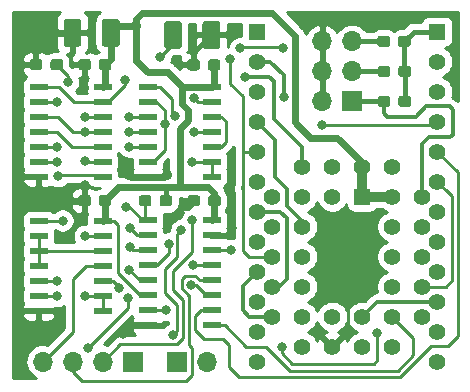
<source format=gtl>
G04 #@! TF.GenerationSoftware,KiCad,Pcbnew,(5.1.0)-1*
G04 #@! TF.CreationDate,2021-03-07T20:54:59+01:00*
G04 #@! TF.ProjectId,Atari OSS Cartridge,41746172-6920-44f5-9353-204361727472,rev?*
G04 #@! TF.SameCoordinates,Original*
G04 #@! TF.FileFunction,Copper,L1,Top*
G04 #@! TF.FilePolarity,Positive*
%FSLAX46Y46*%
G04 Gerber Fmt 4.6, Leading zero omitted, Abs format (unit mm)*
G04 Created by KiCad (PCBNEW (5.1.0)-1) date 2021-03-07 20:54:59*
%MOMM*%
%LPD*%
G04 APERTURE LIST*
%ADD10C,0.100000*%
%ADD11C,0.950000*%
%ADD12C,1.500000*%
%ADD13R,1.500000X0.600000*%
%ADD14C,1.422400*%
%ADD15R,1.422400X1.422400*%
%ADD16O,1.700000X1.700000*%
%ADD17R,1.700000X1.700000*%
%ADD18C,0.900000*%
%ADD19C,0.800000*%
%ADD20C,0.812800*%
%ADD21C,0.254000*%
%ADD22C,0.609600*%
%ADD23C,0.406400*%
%ADD24C,0.304800*%
%ADD25C,0.250000*%
G04 APERTURE END LIST*
D10*
G36*
X124556179Y-100668944D02*
G01*
X124579234Y-100672363D01*
X124601843Y-100678027D01*
X124623787Y-100685879D01*
X124644857Y-100695844D01*
X124664848Y-100707826D01*
X124683568Y-100721710D01*
X124700838Y-100737362D01*
X124716490Y-100754632D01*
X124730374Y-100773352D01*
X124742356Y-100793343D01*
X124752321Y-100814413D01*
X124760173Y-100836357D01*
X124765837Y-100858966D01*
X124769256Y-100882021D01*
X124770400Y-100905300D01*
X124770400Y-101380300D01*
X124769256Y-101403579D01*
X124765837Y-101426634D01*
X124760173Y-101449243D01*
X124752321Y-101471187D01*
X124742356Y-101492257D01*
X124730374Y-101512248D01*
X124716490Y-101530968D01*
X124700838Y-101548238D01*
X124683568Y-101563890D01*
X124664848Y-101577774D01*
X124644857Y-101589756D01*
X124623787Y-101599721D01*
X124601843Y-101607573D01*
X124579234Y-101613237D01*
X124556179Y-101616656D01*
X124532900Y-101617800D01*
X123957900Y-101617800D01*
X123934621Y-101616656D01*
X123911566Y-101613237D01*
X123888957Y-101607573D01*
X123867013Y-101599721D01*
X123845943Y-101589756D01*
X123825952Y-101577774D01*
X123807232Y-101563890D01*
X123789962Y-101548238D01*
X123774310Y-101530968D01*
X123760426Y-101512248D01*
X123748444Y-101492257D01*
X123738479Y-101471187D01*
X123730627Y-101449243D01*
X123724963Y-101426634D01*
X123721544Y-101403579D01*
X123720400Y-101380300D01*
X123720400Y-100905300D01*
X123721544Y-100882021D01*
X123724963Y-100858966D01*
X123730627Y-100836357D01*
X123738479Y-100814413D01*
X123748444Y-100793343D01*
X123760426Y-100773352D01*
X123774310Y-100754632D01*
X123789962Y-100737362D01*
X123807232Y-100721710D01*
X123825952Y-100707826D01*
X123845943Y-100695844D01*
X123867013Y-100685879D01*
X123888957Y-100678027D01*
X123911566Y-100672363D01*
X123934621Y-100668944D01*
X123957900Y-100667800D01*
X124532900Y-100667800D01*
X124556179Y-100668944D01*
X124556179Y-100668944D01*
G37*
D11*
X124245400Y-101142800D03*
D10*
G36*
X126306179Y-100668944D02*
G01*
X126329234Y-100672363D01*
X126351843Y-100678027D01*
X126373787Y-100685879D01*
X126394857Y-100695844D01*
X126414848Y-100707826D01*
X126433568Y-100721710D01*
X126450838Y-100737362D01*
X126466490Y-100754632D01*
X126480374Y-100773352D01*
X126492356Y-100793343D01*
X126502321Y-100814413D01*
X126510173Y-100836357D01*
X126515837Y-100858966D01*
X126519256Y-100882021D01*
X126520400Y-100905300D01*
X126520400Y-101380300D01*
X126519256Y-101403579D01*
X126515837Y-101426634D01*
X126510173Y-101449243D01*
X126502321Y-101471187D01*
X126492356Y-101492257D01*
X126480374Y-101512248D01*
X126466490Y-101530968D01*
X126450838Y-101548238D01*
X126433568Y-101563890D01*
X126414848Y-101577774D01*
X126394857Y-101589756D01*
X126373787Y-101599721D01*
X126351843Y-101607573D01*
X126329234Y-101613237D01*
X126306179Y-101616656D01*
X126282900Y-101617800D01*
X125707900Y-101617800D01*
X125684621Y-101616656D01*
X125661566Y-101613237D01*
X125638957Y-101607573D01*
X125617013Y-101599721D01*
X125595943Y-101589756D01*
X125575952Y-101577774D01*
X125557232Y-101563890D01*
X125539962Y-101548238D01*
X125524310Y-101530968D01*
X125510426Y-101512248D01*
X125498444Y-101492257D01*
X125488479Y-101471187D01*
X125480627Y-101449243D01*
X125474963Y-101426634D01*
X125471544Y-101403579D01*
X125470400Y-101380300D01*
X125470400Y-100905300D01*
X125471544Y-100882021D01*
X125474963Y-100858966D01*
X125480627Y-100836357D01*
X125488479Y-100814413D01*
X125498444Y-100793343D01*
X125510426Y-100773352D01*
X125524310Y-100754632D01*
X125539962Y-100737362D01*
X125557232Y-100721710D01*
X125575952Y-100707826D01*
X125595943Y-100695844D01*
X125617013Y-100685879D01*
X125638957Y-100678027D01*
X125661566Y-100672363D01*
X125684621Y-100668944D01*
X125707900Y-100667800D01*
X126282900Y-100667800D01*
X126306179Y-100668944D01*
X126306179Y-100668944D01*
G37*
D11*
X125995400Y-101142800D03*
D10*
G36*
X115310579Y-100643544D02*
G01*
X115333634Y-100646963D01*
X115356243Y-100652627D01*
X115378187Y-100660479D01*
X115399257Y-100670444D01*
X115419248Y-100682426D01*
X115437968Y-100696310D01*
X115455238Y-100711962D01*
X115470890Y-100729232D01*
X115484774Y-100747952D01*
X115496756Y-100767943D01*
X115506721Y-100789013D01*
X115514573Y-100810957D01*
X115520237Y-100833566D01*
X115523656Y-100856621D01*
X115524800Y-100879900D01*
X115524800Y-101354900D01*
X115523656Y-101378179D01*
X115520237Y-101401234D01*
X115514573Y-101423843D01*
X115506721Y-101445787D01*
X115496756Y-101466857D01*
X115484774Y-101486848D01*
X115470890Y-101505568D01*
X115455238Y-101522838D01*
X115437968Y-101538490D01*
X115419248Y-101552374D01*
X115399257Y-101564356D01*
X115378187Y-101574321D01*
X115356243Y-101582173D01*
X115333634Y-101587837D01*
X115310579Y-101591256D01*
X115287300Y-101592400D01*
X114712300Y-101592400D01*
X114689021Y-101591256D01*
X114665966Y-101587837D01*
X114643357Y-101582173D01*
X114621413Y-101574321D01*
X114600343Y-101564356D01*
X114580352Y-101552374D01*
X114561632Y-101538490D01*
X114544362Y-101522838D01*
X114528710Y-101505568D01*
X114514826Y-101486848D01*
X114502844Y-101466857D01*
X114492879Y-101445787D01*
X114485027Y-101423843D01*
X114479363Y-101401234D01*
X114475944Y-101378179D01*
X114474800Y-101354900D01*
X114474800Y-100879900D01*
X114475944Y-100856621D01*
X114479363Y-100833566D01*
X114485027Y-100810957D01*
X114492879Y-100789013D01*
X114502844Y-100767943D01*
X114514826Y-100747952D01*
X114528710Y-100729232D01*
X114544362Y-100711962D01*
X114561632Y-100696310D01*
X114580352Y-100682426D01*
X114600343Y-100670444D01*
X114621413Y-100660479D01*
X114643357Y-100652627D01*
X114665966Y-100646963D01*
X114689021Y-100643544D01*
X114712300Y-100642400D01*
X115287300Y-100642400D01*
X115310579Y-100643544D01*
X115310579Y-100643544D01*
G37*
D11*
X114999800Y-101117400D03*
D10*
G36*
X117060579Y-100643544D02*
G01*
X117083634Y-100646963D01*
X117106243Y-100652627D01*
X117128187Y-100660479D01*
X117149257Y-100670444D01*
X117169248Y-100682426D01*
X117187968Y-100696310D01*
X117205238Y-100711962D01*
X117220890Y-100729232D01*
X117234774Y-100747952D01*
X117246756Y-100767943D01*
X117256721Y-100789013D01*
X117264573Y-100810957D01*
X117270237Y-100833566D01*
X117273656Y-100856621D01*
X117274800Y-100879900D01*
X117274800Y-101354900D01*
X117273656Y-101378179D01*
X117270237Y-101401234D01*
X117264573Y-101423843D01*
X117256721Y-101445787D01*
X117246756Y-101466857D01*
X117234774Y-101486848D01*
X117220890Y-101505568D01*
X117205238Y-101522838D01*
X117187968Y-101538490D01*
X117169248Y-101552374D01*
X117149257Y-101564356D01*
X117128187Y-101574321D01*
X117106243Y-101582173D01*
X117083634Y-101587837D01*
X117060579Y-101591256D01*
X117037300Y-101592400D01*
X116462300Y-101592400D01*
X116439021Y-101591256D01*
X116415966Y-101587837D01*
X116393357Y-101582173D01*
X116371413Y-101574321D01*
X116350343Y-101564356D01*
X116330352Y-101552374D01*
X116311632Y-101538490D01*
X116294362Y-101522838D01*
X116278710Y-101505568D01*
X116264826Y-101486848D01*
X116252844Y-101466857D01*
X116242879Y-101445787D01*
X116235027Y-101423843D01*
X116229363Y-101401234D01*
X116225944Y-101378179D01*
X116224800Y-101354900D01*
X116224800Y-100879900D01*
X116225944Y-100856621D01*
X116229363Y-100833566D01*
X116235027Y-100810957D01*
X116242879Y-100789013D01*
X116252844Y-100767943D01*
X116264826Y-100747952D01*
X116278710Y-100729232D01*
X116294362Y-100711962D01*
X116311632Y-100696310D01*
X116330352Y-100682426D01*
X116350343Y-100670444D01*
X116371413Y-100660479D01*
X116393357Y-100652627D01*
X116415966Y-100646963D01*
X116439021Y-100643544D01*
X116462300Y-100642400D01*
X117037300Y-100642400D01*
X117060579Y-100643544D01*
X117060579Y-100643544D01*
G37*
D11*
X116749800Y-101117400D03*
D10*
G36*
X114494904Y-85745004D02*
G01*
X114519173Y-85748604D01*
X114542971Y-85754565D01*
X114566071Y-85762830D01*
X114588249Y-85773320D01*
X114609293Y-85785933D01*
X114628998Y-85800547D01*
X114647177Y-85817023D01*
X114663653Y-85835202D01*
X114678267Y-85854907D01*
X114690880Y-85875951D01*
X114701370Y-85898129D01*
X114709635Y-85921229D01*
X114715596Y-85945027D01*
X114719196Y-85969296D01*
X114720400Y-85993800D01*
X114720400Y-87843800D01*
X114719196Y-87868304D01*
X114715596Y-87892573D01*
X114709635Y-87916371D01*
X114701370Y-87939471D01*
X114690880Y-87961649D01*
X114678267Y-87982693D01*
X114663653Y-88002398D01*
X114647177Y-88020577D01*
X114628998Y-88037053D01*
X114609293Y-88051667D01*
X114588249Y-88064280D01*
X114566071Y-88074770D01*
X114542971Y-88083035D01*
X114519173Y-88088996D01*
X114494904Y-88092596D01*
X114470400Y-88093800D01*
X113470400Y-88093800D01*
X113445896Y-88092596D01*
X113421627Y-88088996D01*
X113397829Y-88083035D01*
X113374729Y-88074770D01*
X113352551Y-88064280D01*
X113331507Y-88051667D01*
X113311802Y-88037053D01*
X113293623Y-88020577D01*
X113277147Y-88002398D01*
X113262533Y-87982693D01*
X113249920Y-87961649D01*
X113239430Y-87939471D01*
X113231165Y-87916371D01*
X113225204Y-87892573D01*
X113221604Y-87868304D01*
X113220400Y-87843800D01*
X113220400Y-85993800D01*
X113221604Y-85969296D01*
X113225204Y-85945027D01*
X113231165Y-85921229D01*
X113239430Y-85898129D01*
X113249920Y-85875951D01*
X113262533Y-85854907D01*
X113277147Y-85835202D01*
X113293623Y-85817023D01*
X113311802Y-85800547D01*
X113331507Y-85785933D01*
X113352551Y-85773320D01*
X113374729Y-85762830D01*
X113397829Y-85754565D01*
X113421627Y-85748604D01*
X113445896Y-85745004D01*
X113470400Y-85743800D01*
X114470400Y-85743800D01*
X114494904Y-85745004D01*
X114494904Y-85745004D01*
G37*
D12*
X113970400Y-86918800D03*
D10*
G36*
X117744904Y-85745004D02*
G01*
X117769173Y-85748604D01*
X117792971Y-85754565D01*
X117816071Y-85762830D01*
X117838249Y-85773320D01*
X117859293Y-85785933D01*
X117878998Y-85800547D01*
X117897177Y-85817023D01*
X117913653Y-85835202D01*
X117928267Y-85854907D01*
X117940880Y-85875951D01*
X117951370Y-85898129D01*
X117959635Y-85921229D01*
X117965596Y-85945027D01*
X117969196Y-85969296D01*
X117970400Y-85993800D01*
X117970400Y-87843800D01*
X117969196Y-87868304D01*
X117965596Y-87892573D01*
X117959635Y-87916371D01*
X117951370Y-87939471D01*
X117940880Y-87961649D01*
X117928267Y-87982693D01*
X117913653Y-88002398D01*
X117897177Y-88020577D01*
X117878998Y-88037053D01*
X117859293Y-88051667D01*
X117838249Y-88064280D01*
X117816071Y-88074770D01*
X117792971Y-88083035D01*
X117769173Y-88088996D01*
X117744904Y-88092596D01*
X117720400Y-88093800D01*
X116720400Y-88093800D01*
X116695896Y-88092596D01*
X116671627Y-88088996D01*
X116647829Y-88083035D01*
X116624729Y-88074770D01*
X116602551Y-88064280D01*
X116581507Y-88051667D01*
X116561802Y-88037053D01*
X116543623Y-88020577D01*
X116527147Y-88002398D01*
X116512533Y-87982693D01*
X116499920Y-87961649D01*
X116489430Y-87939471D01*
X116481165Y-87916371D01*
X116475204Y-87892573D01*
X116471604Y-87868304D01*
X116470400Y-87843800D01*
X116470400Y-85993800D01*
X116471604Y-85969296D01*
X116475204Y-85945027D01*
X116481165Y-85921229D01*
X116489430Y-85898129D01*
X116499920Y-85875951D01*
X116512533Y-85854907D01*
X116527147Y-85835202D01*
X116543623Y-85817023D01*
X116561802Y-85800547D01*
X116581507Y-85785933D01*
X116602551Y-85773320D01*
X116624729Y-85762830D01*
X116647829Y-85754565D01*
X116671627Y-85748604D01*
X116695896Y-85745004D01*
X116720400Y-85743800D01*
X117720400Y-85743800D01*
X117744904Y-85745004D01*
X117744904Y-85745004D01*
G37*
D12*
X117220400Y-86918800D03*
D13*
X125763000Y-91465400D03*
X125763000Y-92735400D03*
X125763000Y-94005400D03*
X125763000Y-95275400D03*
X125763000Y-96545400D03*
X125763000Y-97815400D03*
X125763000Y-99085400D03*
X120363000Y-99085400D03*
X120363000Y-97815400D03*
X120363000Y-96545400D03*
X120363000Y-95275400D03*
X120363000Y-94005400D03*
X120363000Y-92735400D03*
X120363000Y-91465400D03*
X116517400Y-102844600D03*
X116517400Y-104114600D03*
X116517400Y-105384600D03*
X116517400Y-106654600D03*
X116517400Y-107924600D03*
X116517400Y-109194600D03*
X116517400Y-110464600D03*
X111117400Y-110464600D03*
X111117400Y-109194600D03*
X111117400Y-107924600D03*
X111117400Y-106654600D03*
X111117400Y-105384600D03*
X111117400Y-104114600D03*
X111117400Y-102844600D03*
X125763000Y-102793800D03*
X125763000Y-104063800D03*
X125763000Y-105333800D03*
X125763000Y-106603800D03*
X125763000Y-107873800D03*
X125763000Y-109143800D03*
X125763000Y-110413800D03*
X125763000Y-111683800D03*
X120363000Y-111683800D03*
X120363000Y-110413800D03*
X120363000Y-109143800D03*
X120363000Y-107873800D03*
X120363000Y-106603800D03*
X120363000Y-105333800D03*
X120363000Y-104063800D03*
X120363000Y-102793800D03*
D14*
X141046200Y-103327200D03*
X141046200Y-105867200D03*
X141046200Y-108407200D03*
X141046200Y-110947200D03*
X143586200Y-103327200D03*
X143586200Y-105867200D03*
X143586200Y-108407200D03*
X143586200Y-110947200D03*
X138506200Y-110947200D03*
X135966200Y-110947200D03*
X141046200Y-113487200D03*
X138506200Y-113487200D03*
X135966200Y-113487200D03*
X133426200Y-113487200D03*
X133426200Y-110947200D03*
X133426200Y-108407200D03*
X133426200Y-105867200D03*
X133426200Y-103327200D03*
X130886200Y-110947200D03*
X130886200Y-108407200D03*
X130886200Y-105867200D03*
X130886200Y-103327200D03*
X130886200Y-100787200D03*
X141046200Y-98247200D03*
X138506200Y-98247200D03*
X133426200Y-98247200D03*
X135966200Y-98247200D03*
X143586200Y-100787200D03*
X141046200Y-100787200D03*
X133426200Y-100787200D03*
X135966200Y-100787200D03*
D15*
X138506200Y-100787200D03*
D10*
G36*
X120441379Y-100668944D02*
G01*
X120464434Y-100672363D01*
X120487043Y-100678027D01*
X120508987Y-100685879D01*
X120530057Y-100695844D01*
X120550048Y-100707826D01*
X120568768Y-100721710D01*
X120586038Y-100737362D01*
X120601690Y-100754632D01*
X120615574Y-100773352D01*
X120627556Y-100793343D01*
X120637521Y-100814413D01*
X120645373Y-100836357D01*
X120651037Y-100858966D01*
X120654456Y-100882021D01*
X120655600Y-100905300D01*
X120655600Y-101380300D01*
X120654456Y-101403579D01*
X120651037Y-101426634D01*
X120645373Y-101449243D01*
X120637521Y-101471187D01*
X120627556Y-101492257D01*
X120615574Y-101512248D01*
X120601690Y-101530968D01*
X120586038Y-101548238D01*
X120568768Y-101563890D01*
X120550048Y-101577774D01*
X120530057Y-101589756D01*
X120508987Y-101599721D01*
X120487043Y-101607573D01*
X120464434Y-101613237D01*
X120441379Y-101616656D01*
X120418100Y-101617800D01*
X119843100Y-101617800D01*
X119819821Y-101616656D01*
X119796766Y-101613237D01*
X119774157Y-101607573D01*
X119752213Y-101599721D01*
X119731143Y-101589756D01*
X119711152Y-101577774D01*
X119692432Y-101563890D01*
X119675162Y-101548238D01*
X119659510Y-101530968D01*
X119645626Y-101512248D01*
X119633644Y-101492257D01*
X119623679Y-101471187D01*
X119615827Y-101449243D01*
X119610163Y-101426634D01*
X119606744Y-101403579D01*
X119605600Y-101380300D01*
X119605600Y-100905300D01*
X119606744Y-100882021D01*
X119610163Y-100858966D01*
X119615827Y-100836357D01*
X119623679Y-100814413D01*
X119633644Y-100793343D01*
X119645626Y-100773352D01*
X119659510Y-100754632D01*
X119675162Y-100737362D01*
X119692432Y-100721710D01*
X119711152Y-100707826D01*
X119731143Y-100695844D01*
X119752213Y-100685879D01*
X119774157Y-100678027D01*
X119796766Y-100672363D01*
X119819821Y-100668944D01*
X119843100Y-100667800D01*
X120418100Y-100667800D01*
X120441379Y-100668944D01*
X120441379Y-100668944D01*
G37*
D11*
X120130600Y-101142800D03*
D10*
G36*
X122191379Y-100668944D02*
G01*
X122214434Y-100672363D01*
X122237043Y-100678027D01*
X122258987Y-100685879D01*
X122280057Y-100695844D01*
X122300048Y-100707826D01*
X122318768Y-100721710D01*
X122336038Y-100737362D01*
X122351690Y-100754632D01*
X122365574Y-100773352D01*
X122377556Y-100793343D01*
X122387521Y-100814413D01*
X122395373Y-100836357D01*
X122401037Y-100858966D01*
X122404456Y-100882021D01*
X122405600Y-100905300D01*
X122405600Y-101380300D01*
X122404456Y-101403579D01*
X122401037Y-101426634D01*
X122395373Y-101449243D01*
X122387521Y-101471187D01*
X122377556Y-101492257D01*
X122365574Y-101512248D01*
X122351690Y-101530968D01*
X122336038Y-101548238D01*
X122318768Y-101563890D01*
X122300048Y-101577774D01*
X122280057Y-101589756D01*
X122258987Y-101599721D01*
X122237043Y-101607573D01*
X122214434Y-101613237D01*
X122191379Y-101616656D01*
X122168100Y-101617800D01*
X121593100Y-101617800D01*
X121569821Y-101616656D01*
X121546766Y-101613237D01*
X121524157Y-101607573D01*
X121502213Y-101599721D01*
X121481143Y-101589756D01*
X121461152Y-101577774D01*
X121442432Y-101563890D01*
X121425162Y-101548238D01*
X121409510Y-101530968D01*
X121395626Y-101512248D01*
X121383644Y-101492257D01*
X121373679Y-101471187D01*
X121365827Y-101449243D01*
X121360163Y-101426634D01*
X121356744Y-101403579D01*
X121355600Y-101380300D01*
X121355600Y-100905300D01*
X121356744Y-100882021D01*
X121360163Y-100858966D01*
X121365827Y-100836357D01*
X121373679Y-100814413D01*
X121383644Y-100793343D01*
X121395626Y-100773352D01*
X121409510Y-100754632D01*
X121425162Y-100737362D01*
X121442432Y-100721710D01*
X121461152Y-100707826D01*
X121481143Y-100695844D01*
X121502213Y-100685879D01*
X121524157Y-100678027D01*
X121546766Y-100672363D01*
X121569821Y-100668944D01*
X121593100Y-100667800D01*
X122168100Y-100667800D01*
X122191379Y-100668944D01*
X122191379Y-100668944D01*
G37*
D11*
X121880600Y-101142800D03*
D10*
G36*
X111195779Y-89137344D02*
G01*
X111218834Y-89140763D01*
X111241443Y-89146427D01*
X111263387Y-89154279D01*
X111284457Y-89164244D01*
X111304448Y-89176226D01*
X111323168Y-89190110D01*
X111340438Y-89205762D01*
X111356090Y-89223032D01*
X111369974Y-89241752D01*
X111381956Y-89261743D01*
X111391921Y-89282813D01*
X111399773Y-89304757D01*
X111405437Y-89327366D01*
X111408856Y-89350421D01*
X111410000Y-89373700D01*
X111410000Y-89848700D01*
X111408856Y-89871979D01*
X111405437Y-89895034D01*
X111399773Y-89917643D01*
X111391921Y-89939587D01*
X111381956Y-89960657D01*
X111369974Y-89980648D01*
X111356090Y-89999368D01*
X111340438Y-90016638D01*
X111323168Y-90032290D01*
X111304448Y-90046174D01*
X111284457Y-90058156D01*
X111263387Y-90068121D01*
X111241443Y-90075973D01*
X111218834Y-90081637D01*
X111195779Y-90085056D01*
X111172500Y-90086200D01*
X110597500Y-90086200D01*
X110574221Y-90085056D01*
X110551166Y-90081637D01*
X110528557Y-90075973D01*
X110506613Y-90068121D01*
X110485543Y-90058156D01*
X110465552Y-90046174D01*
X110446832Y-90032290D01*
X110429562Y-90016638D01*
X110413910Y-89999368D01*
X110400026Y-89980648D01*
X110388044Y-89960657D01*
X110378079Y-89939587D01*
X110370227Y-89917643D01*
X110364563Y-89895034D01*
X110361144Y-89871979D01*
X110360000Y-89848700D01*
X110360000Y-89373700D01*
X110361144Y-89350421D01*
X110364563Y-89327366D01*
X110370227Y-89304757D01*
X110378079Y-89282813D01*
X110388044Y-89261743D01*
X110400026Y-89241752D01*
X110413910Y-89223032D01*
X110429562Y-89205762D01*
X110446832Y-89190110D01*
X110465552Y-89176226D01*
X110485543Y-89164244D01*
X110506613Y-89154279D01*
X110528557Y-89146427D01*
X110551166Y-89140763D01*
X110574221Y-89137344D01*
X110597500Y-89136200D01*
X111172500Y-89136200D01*
X111195779Y-89137344D01*
X111195779Y-89137344D01*
G37*
D11*
X110885000Y-89611200D03*
D10*
G36*
X112945779Y-89137344D02*
G01*
X112968834Y-89140763D01*
X112991443Y-89146427D01*
X113013387Y-89154279D01*
X113034457Y-89164244D01*
X113054448Y-89176226D01*
X113073168Y-89190110D01*
X113090438Y-89205762D01*
X113106090Y-89223032D01*
X113119974Y-89241752D01*
X113131956Y-89261743D01*
X113141921Y-89282813D01*
X113149773Y-89304757D01*
X113155437Y-89327366D01*
X113158856Y-89350421D01*
X113160000Y-89373700D01*
X113160000Y-89848700D01*
X113158856Y-89871979D01*
X113155437Y-89895034D01*
X113149773Y-89917643D01*
X113141921Y-89939587D01*
X113131956Y-89960657D01*
X113119974Y-89980648D01*
X113106090Y-89999368D01*
X113090438Y-90016638D01*
X113073168Y-90032290D01*
X113054448Y-90046174D01*
X113034457Y-90058156D01*
X113013387Y-90068121D01*
X112991443Y-90075973D01*
X112968834Y-90081637D01*
X112945779Y-90085056D01*
X112922500Y-90086200D01*
X112347500Y-90086200D01*
X112324221Y-90085056D01*
X112301166Y-90081637D01*
X112278557Y-90075973D01*
X112256613Y-90068121D01*
X112235543Y-90058156D01*
X112215552Y-90046174D01*
X112196832Y-90032290D01*
X112179562Y-90016638D01*
X112163910Y-89999368D01*
X112150026Y-89980648D01*
X112138044Y-89960657D01*
X112128079Y-89939587D01*
X112120227Y-89917643D01*
X112114563Y-89895034D01*
X112111144Y-89871979D01*
X112110000Y-89848700D01*
X112110000Y-89373700D01*
X112111144Y-89350421D01*
X112114563Y-89327366D01*
X112120227Y-89304757D01*
X112128079Y-89282813D01*
X112138044Y-89261743D01*
X112150026Y-89241752D01*
X112163910Y-89223032D01*
X112179562Y-89205762D01*
X112196832Y-89190110D01*
X112215552Y-89176226D01*
X112235543Y-89164244D01*
X112256613Y-89154279D01*
X112278557Y-89146427D01*
X112301166Y-89140763D01*
X112324221Y-89137344D01*
X112347500Y-89136200D01*
X112922500Y-89136200D01*
X112945779Y-89137344D01*
X112945779Y-89137344D01*
G37*
D11*
X112635000Y-89611200D03*
D10*
G36*
X140634379Y-87156144D02*
G01*
X140657434Y-87159563D01*
X140680043Y-87165227D01*
X140701987Y-87173079D01*
X140723057Y-87183044D01*
X140743048Y-87195026D01*
X140761768Y-87208910D01*
X140779038Y-87224562D01*
X140794690Y-87241832D01*
X140808574Y-87260552D01*
X140820556Y-87280543D01*
X140830521Y-87301613D01*
X140838373Y-87323557D01*
X140844037Y-87346166D01*
X140847456Y-87369221D01*
X140848600Y-87392500D01*
X140848600Y-87867500D01*
X140847456Y-87890779D01*
X140844037Y-87913834D01*
X140838373Y-87936443D01*
X140830521Y-87958387D01*
X140820556Y-87979457D01*
X140808574Y-87999448D01*
X140794690Y-88018168D01*
X140779038Y-88035438D01*
X140761768Y-88051090D01*
X140743048Y-88064974D01*
X140723057Y-88076956D01*
X140701987Y-88086921D01*
X140680043Y-88094773D01*
X140657434Y-88100437D01*
X140634379Y-88103856D01*
X140611100Y-88105000D01*
X140036100Y-88105000D01*
X140012821Y-88103856D01*
X139989766Y-88100437D01*
X139967157Y-88094773D01*
X139945213Y-88086921D01*
X139924143Y-88076956D01*
X139904152Y-88064974D01*
X139885432Y-88051090D01*
X139868162Y-88035438D01*
X139852510Y-88018168D01*
X139838626Y-87999448D01*
X139826644Y-87979457D01*
X139816679Y-87958387D01*
X139808827Y-87936443D01*
X139803163Y-87913834D01*
X139799744Y-87890779D01*
X139798600Y-87867500D01*
X139798600Y-87392500D01*
X139799744Y-87369221D01*
X139803163Y-87346166D01*
X139808827Y-87323557D01*
X139816679Y-87301613D01*
X139826644Y-87280543D01*
X139838626Y-87260552D01*
X139852510Y-87241832D01*
X139868162Y-87224562D01*
X139885432Y-87208910D01*
X139904152Y-87195026D01*
X139924143Y-87183044D01*
X139945213Y-87173079D01*
X139967157Y-87165227D01*
X139989766Y-87159563D01*
X140012821Y-87156144D01*
X140036100Y-87155000D01*
X140611100Y-87155000D01*
X140634379Y-87156144D01*
X140634379Y-87156144D01*
G37*
D11*
X140323600Y-87630000D03*
D10*
G36*
X142384379Y-87156144D02*
G01*
X142407434Y-87159563D01*
X142430043Y-87165227D01*
X142451987Y-87173079D01*
X142473057Y-87183044D01*
X142493048Y-87195026D01*
X142511768Y-87208910D01*
X142529038Y-87224562D01*
X142544690Y-87241832D01*
X142558574Y-87260552D01*
X142570556Y-87280543D01*
X142580521Y-87301613D01*
X142588373Y-87323557D01*
X142594037Y-87346166D01*
X142597456Y-87369221D01*
X142598600Y-87392500D01*
X142598600Y-87867500D01*
X142597456Y-87890779D01*
X142594037Y-87913834D01*
X142588373Y-87936443D01*
X142580521Y-87958387D01*
X142570556Y-87979457D01*
X142558574Y-87999448D01*
X142544690Y-88018168D01*
X142529038Y-88035438D01*
X142511768Y-88051090D01*
X142493048Y-88064974D01*
X142473057Y-88076956D01*
X142451987Y-88086921D01*
X142430043Y-88094773D01*
X142407434Y-88100437D01*
X142384379Y-88103856D01*
X142361100Y-88105000D01*
X141786100Y-88105000D01*
X141762821Y-88103856D01*
X141739766Y-88100437D01*
X141717157Y-88094773D01*
X141695213Y-88086921D01*
X141674143Y-88076956D01*
X141654152Y-88064974D01*
X141635432Y-88051090D01*
X141618162Y-88035438D01*
X141602510Y-88018168D01*
X141588626Y-87999448D01*
X141576644Y-87979457D01*
X141566679Y-87958387D01*
X141558827Y-87936443D01*
X141553163Y-87913834D01*
X141549744Y-87890779D01*
X141548600Y-87867500D01*
X141548600Y-87392500D01*
X141549744Y-87369221D01*
X141553163Y-87346166D01*
X141558827Y-87323557D01*
X141566679Y-87301613D01*
X141576644Y-87280543D01*
X141588626Y-87260552D01*
X141602510Y-87241832D01*
X141618162Y-87224562D01*
X141635432Y-87208910D01*
X141654152Y-87195026D01*
X141674143Y-87183044D01*
X141695213Y-87173079D01*
X141717157Y-87165227D01*
X141739766Y-87159563D01*
X141762821Y-87156144D01*
X141786100Y-87155000D01*
X142361100Y-87155000D01*
X142384379Y-87156144D01*
X142384379Y-87156144D01*
G37*
D11*
X142073600Y-87630000D03*
D16*
X111480600Y-114757200D03*
X114020600Y-114757200D03*
X116560600Y-114757200D03*
D17*
X119100600Y-114757200D03*
D16*
X125349000Y-114757200D03*
D17*
X122809000Y-114757200D03*
D16*
X135102600Y-87630000D03*
X137642600Y-87630000D03*
X135102600Y-90170000D03*
X137642600Y-90170000D03*
X135102600Y-92710000D03*
D17*
X137642600Y-92710000D03*
D10*
G36*
X124530779Y-89162744D02*
G01*
X124553834Y-89166163D01*
X124576443Y-89171827D01*
X124598387Y-89179679D01*
X124619457Y-89189644D01*
X124639448Y-89201626D01*
X124658168Y-89215510D01*
X124675438Y-89231162D01*
X124691090Y-89248432D01*
X124704974Y-89267152D01*
X124716956Y-89287143D01*
X124726921Y-89308213D01*
X124734773Y-89330157D01*
X124740437Y-89352766D01*
X124743856Y-89375821D01*
X124745000Y-89399100D01*
X124745000Y-89874100D01*
X124743856Y-89897379D01*
X124740437Y-89920434D01*
X124734773Y-89943043D01*
X124726921Y-89964987D01*
X124716956Y-89986057D01*
X124704974Y-90006048D01*
X124691090Y-90024768D01*
X124675438Y-90042038D01*
X124658168Y-90057690D01*
X124639448Y-90071574D01*
X124619457Y-90083556D01*
X124598387Y-90093521D01*
X124576443Y-90101373D01*
X124553834Y-90107037D01*
X124530779Y-90110456D01*
X124507500Y-90111600D01*
X123932500Y-90111600D01*
X123909221Y-90110456D01*
X123886166Y-90107037D01*
X123863557Y-90101373D01*
X123841613Y-90093521D01*
X123820543Y-90083556D01*
X123800552Y-90071574D01*
X123781832Y-90057690D01*
X123764562Y-90042038D01*
X123748910Y-90024768D01*
X123735026Y-90006048D01*
X123723044Y-89986057D01*
X123713079Y-89964987D01*
X123705227Y-89943043D01*
X123699563Y-89920434D01*
X123696144Y-89897379D01*
X123695000Y-89874100D01*
X123695000Y-89399100D01*
X123696144Y-89375821D01*
X123699563Y-89352766D01*
X123705227Y-89330157D01*
X123713079Y-89308213D01*
X123723044Y-89287143D01*
X123735026Y-89267152D01*
X123748910Y-89248432D01*
X123764562Y-89231162D01*
X123781832Y-89215510D01*
X123800552Y-89201626D01*
X123820543Y-89189644D01*
X123841613Y-89179679D01*
X123863557Y-89171827D01*
X123886166Y-89166163D01*
X123909221Y-89162744D01*
X123932500Y-89161600D01*
X124507500Y-89161600D01*
X124530779Y-89162744D01*
X124530779Y-89162744D01*
G37*
D11*
X124220000Y-89636600D03*
D10*
G36*
X126280779Y-89162744D02*
G01*
X126303834Y-89166163D01*
X126326443Y-89171827D01*
X126348387Y-89179679D01*
X126369457Y-89189644D01*
X126389448Y-89201626D01*
X126408168Y-89215510D01*
X126425438Y-89231162D01*
X126441090Y-89248432D01*
X126454974Y-89267152D01*
X126466956Y-89287143D01*
X126476921Y-89308213D01*
X126484773Y-89330157D01*
X126490437Y-89352766D01*
X126493856Y-89375821D01*
X126495000Y-89399100D01*
X126495000Y-89874100D01*
X126493856Y-89897379D01*
X126490437Y-89920434D01*
X126484773Y-89943043D01*
X126476921Y-89964987D01*
X126466956Y-89986057D01*
X126454974Y-90006048D01*
X126441090Y-90024768D01*
X126425438Y-90042038D01*
X126408168Y-90057690D01*
X126389448Y-90071574D01*
X126369457Y-90083556D01*
X126348387Y-90093521D01*
X126326443Y-90101373D01*
X126303834Y-90107037D01*
X126280779Y-90110456D01*
X126257500Y-90111600D01*
X125682500Y-90111600D01*
X125659221Y-90110456D01*
X125636166Y-90107037D01*
X125613557Y-90101373D01*
X125591613Y-90093521D01*
X125570543Y-90083556D01*
X125550552Y-90071574D01*
X125531832Y-90057690D01*
X125514562Y-90042038D01*
X125498910Y-90024768D01*
X125485026Y-90006048D01*
X125473044Y-89986057D01*
X125463079Y-89964987D01*
X125455227Y-89943043D01*
X125449563Y-89920434D01*
X125446144Y-89897379D01*
X125445000Y-89874100D01*
X125445000Y-89399100D01*
X125446144Y-89375821D01*
X125449563Y-89352766D01*
X125455227Y-89330157D01*
X125463079Y-89308213D01*
X125473044Y-89287143D01*
X125485026Y-89267152D01*
X125498910Y-89248432D01*
X125514562Y-89231162D01*
X125531832Y-89215510D01*
X125550552Y-89201626D01*
X125570543Y-89189644D01*
X125591613Y-89179679D01*
X125613557Y-89171827D01*
X125636166Y-89166163D01*
X125659221Y-89162744D01*
X125682500Y-89161600D01*
X126257500Y-89161600D01*
X126280779Y-89162744D01*
X126280779Y-89162744D01*
G37*
D11*
X125970000Y-89636600D03*
D10*
G36*
X126253904Y-85922804D02*
G01*
X126278173Y-85926404D01*
X126301971Y-85932365D01*
X126325071Y-85940630D01*
X126347249Y-85951120D01*
X126368293Y-85963733D01*
X126387998Y-85978347D01*
X126406177Y-85994823D01*
X126422653Y-86013002D01*
X126437267Y-86032707D01*
X126449880Y-86053751D01*
X126460370Y-86075929D01*
X126468635Y-86099029D01*
X126474596Y-86122827D01*
X126478196Y-86147096D01*
X126479400Y-86171600D01*
X126479400Y-88021600D01*
X126478196Y-88046104D01*
X126474596Y-88070373D01*
X126468635Y-88094171D01*
X126460370Y-88117271D01*
X126449880Y-88139449D01*
X126437267Y-88160493D01*
X126422653Y-88180198D01*
X126406177Y-88198377D01*
X126387998Y-88214853D01*
X126368293Y-88229467D01*
X126347249Y-88242080D01*
X126325071Y-88252570D01*
X126301971Y-88260835D01*
X126278173Y-88266796D01*
X126253904Y-88270396D01*
X126229400Y-88271600D01*
X125229400Y-88271600D01*
X125204896Y-88270396D01*
X125180627Y-88266796D01*
X125156829Y-88260835D01*
X125133729Y-88252570D01*
X125111551Y-88242080D01*
X125090507Y-88229467D01*
X125070802Y-88214853D01*
X125052623Y-88198377D01*
X125036147Y-88180198D01*
X125021533Y-88160493D01*
X125008920Y-88139449D01*
X124998430Y-88117271D01*
X124990165Y-88094171D01*
X124984204Y-88070373D01*
X124980604Y-88046104D01*
X124979400Y-88021600D01*
X124979400Y-86171600D01*
X124980604Y-86147096D01*
X124984204Y-86122827D01*
X124990165Y-86099029D01*
X124998430Y-86075929D01*
X125008920Y-86053751D01*
X125021533Y-86032707D01*
X125036147Y-86013002D01*
X125052623Y-85994823D01*
X125070802Y-85978347D01*
X125090507Y-85963733D01*
X125111551Y-85951120D01*
X125133729Y-85940630D01*
X125156829Y-85932365D01*
X125180627Y-85926404D01*
X125204896Y-85922804D01*
X125229400Y-85921600D01*
X126229400Y-85921600D01*
X126253904Y-85922804D01*
X126253904Y-85922804D01*
G37*
D12*
X125729400Y-87096600D03*
D10*
G36*
X123003904Y-85922804D02*
G01*
X123028173Y-85926404D01*
X123051971Y-85932365D01*
X123075071Y-85940630D01*
X123097249Y-85951120D01*
X123118293Y-85963733D01*
X123137998Y-85978347D01*
X123156177Y-85994823D01*
X123172653Y-86013002D01*
X123187267Y-86032707D01*
X123199880Y-86053751D01*
X123210370Y-86075929D01*
X123218635Y-86099029D01*
X123224596Y-86122827D01*
X123228196Y-86147096D01*
X123229400Y-86171600D01*
X123229400Y-88021600D01*
X123228196Y-88046104D01*
X123224596Y-88070373D01*
X123218635Y-88094171D01*
X123210370Y-88117271D01*
X123199880Y-88139449D01*
X123187267Y-88160493D01*
X123172653Y-88180198D01*
X123156177Y-88198377D01*
X123137998Y-88214853D01*
X123118293Y-88229467D01*
X123097249Y-88242080D01*
X123075071Y-88252570D01*
X123051971Y-88260835D01*
X123028173Y-88266796D01*
X123003904Y-88270396D01*
X122979400Y-88271600D01*
X121979400Y-88271600D01*
X121954896Y-88270396D01*
X121930627Y-88266796D01*
X121906829Y-88260835D01*
X121883729Y-88252570D01*
X121861551Y-88242080D01*
X121840507Y-88229467D01*
X121820802Y-88214853D01*
X121802623Y-88198377D01*
X121786147Y-88180198D01*
X121771533Y-88160493D01*
X121758920Y-88139449D01*
X121748430Y-88117271D01*
X121740165Y-88094171D01*
X121734204Y-88070373D01*
X121730604Y-88046104D01*
X121729400Y-88021600D01*
X121729400Y-86171600D01*
X121730604Y-86147096D01*
X121734204Y-86122827D01*
X121740165Y-86099029D01*
X121748430Y-86075929D01*
X121758920Y-86053751D01*
X121771533Y-86032707D01*
X121786147Y-86013002D01*
X121802623Y-85994823D01*
X121820802Y-85978347D01*
X121840507Y-85963733D01*
X121861551Y-85951120D01*
X121883729Y-85940630D01*
X121906829Y-85932365D01*
X121930627Y-85926404D01*
X121954896Y-85922804D01*
X121979400Y-85921600D01*
X122979400Y-85921600D01*
X123003904Y-85922804D01*
X123003904Y-85922804D01*
G37*
D12*
X122479400Y-87096600D03*
D10*
G36*
X115310579Y-89137344D02*
G01*
X115333634Y-89140763D01*
X115356243Y-89146427D01*
X115378187Y-89154279D01*
X115399257Y-89164244D01*
X115419248Y-89176226D01*
X115437968Y-89190110D01*
X115455238Y-89205762D01*
X115470890Y-89223032D01*
X115484774Y-89241752D01*
X115496756Y-89261743D01*
X115506721Y-89282813D01*
X115514573Y-89304757D01*
X115520237Y-89327366D01*
X115523656Y-89350421D01*
X115524800Y-89373700D01*
X115524800Y-89848700D01*
X115523656Y-89871979D01*
X115520237Y-89895034D01*
X115514573Y-89917643D01*
X115506721Y-89939587D01*
X115496756Y-89960657D01*
X115484774Y-89980648D01*
X115470890Y-89999368D01*
X115455238Y-90016638D01*
X115437968Y-90032290D01*
X115419248Y-90046174D01*
X115399257Y-90058156D01*
X115378187Y-90068121D01*
X115356243Y-90075973D01*
X115333634Y-90081637D01*
X115310579Y-90085056D01*
X115287300Y-90086200D01*
X114712300Y-90086200D01*
X114689021Y-90085056D01*
X114665966Y-90081637D01*
X114643357Y-90075973D01*
X114621413Y-90068121D01*
X114600343Y-90058156D01*
X114580352Y-90046174D01*
X114561632Y-90032290D01*
X114544362Y-90016638D01*
X114528710Y-89999368D01*
X114514826Y-89980648D01*
X114502844Y-89960657D01*
X114492879Y-89939587D01*
X114485027Y-89917643D01*
X114479363Y-89895034D01*
X114475944Y-89871979D01*
X114474800Y-89848700D01*
X114474800Y-89373700D01*
X114475944Y-89350421D01*
X114479363Y-89327366D01*
X114485027Y-89304757D01*
X114492879Y-89282813D01*
X114502844Y-89261743D01*
X114514826Y-89241752D01*
X114528710Y-89223032D01*
X114544362Y-89205762D01*
X114561632Y-89190110D01*
X114580352Y-89176226D01*
X114600343Y-89164244D01*
X114621413Y-89154279D01*
X114643357Y-89146427D01*
X114665966Y-89140763D01*
X114689021Y-89137344D01*
X114712300Y-89136200D01*
X115287300Y-89136200D01*
X115310579Y-89137344D01*
X115310579Y-89137344D01*
G37*
D11*
X114999800Y-89611200D03*
D10*
G36*
X117060579Y-89137344D02*
G01*
X117083634Y-89140763D01*
X117106243Y-89146427D01*
X117128187Y-89154279D01*
X117149257Y-89164244D01*
X117169248Y-89176226D01*
X117187968Y-89190110D01*
X117205238Y-89205762D01*
X117220890Y-89223032D01*
X117234774Y-89241752D01*
X117246756Y-89261743D01*
X117256721Y-89282813D01*
X117264573Y-89304757D01*
X117270237Y-89327366D01*
X117273656Y-89350421D01*
X117274800Y-89373700D01*
X117274800Y-89848700D01*
X117273656Y-89871979D01*
X117270237Y-89895034D01*
X117264573Y-89917643D01*
X117256721Y-89939587D01*
X117246756Y-89960657D01*
X117234774Y-89980648D01*
X117220890Y-89999368D01*
X117205238Y-90016638D01*
X117187968Y-90032290D01*
X117169248Y-90046174D01*
X117149257Y-90058156D01*
X117128187Y-90068121D01*
X117106243Y-90075973D01*
X117083634Y-90081637D01*
X117060579Y-90085056D01*
X117037300Y-90086200D01*
X116462300Y-90086200D01*
X116439021Y-90085056D01*
X116415966Y-90081637D01*
X116393357Y-90075973D01*
X116371413Y-90068121D01*
X116350343Y-90058156D01*
X116330352Y-90046174D01*
X116311632Y-90032290D01*
X116294362Y-90016638D01*
X116278710Y-89999368D01*
X116264826Y-89980648D01*
X116252844Y-89960657D01*
X116242879Y-89939587D01*
X116235027Y-89917643D01*
X116229363Y-89895034D01*
X116225944Y-89871979D01*
X116224800Y-89848700D01*
X116224800Y-89373700D01*
X116225944Y-89350421D01*
X116229363Y-89327366D01*
X116235027Y-89304757D01*
X116242879Y-89282813D01*
X116252844Y-89261743D01*
X116264826Y-89241752D01*
X116278710Y-89223032D01*
X116294362Y-89205762D01*
X116311632Y-89190110D01*
X116330352Y-89176226D01*
X116350343Y-89164244D01*
X116371413Y-89154279D01*
X116393357Y-89146427D01*
X116415966Y-89140763D01*
X116439021Y-89137344D01*
X116462300Y-89136200D01*
X117037300Y-89136200D01*
X117060579Y-89137344D01*
X117060579Y-89137344D01*
G37*
D11*
X116749800Y-89611200D03*
D10*
G36*
X140659779Y-89696144D02*
G01*
X140682834Y-89699563D01*
X140705443Y-89705227D01*
X140727387Y-89713079D01*
X140748457Y-89723044D01*
X140768448Y-89735026D01*
X140787168Y-89748910D01*
X140804438Y-89764562D01*
X140820090Y-89781832D01*
X140833974Y-89800552D01*
X140845956Y-89820543D01*
X140855921Y-89841613D01*
X140863773Y-89863557D01*
X140869437Y-89886166D01*
X140872856Y-89909221D01*
X140874000Y-89932500D01*
X140874000Y-90407500D01*
X140872856Y-90430779D01*
X140869437Y-90453834D01*
X140863773Y-90476443D01*
X140855921Y-90498387D01*
X140845956Y-90519457D01*
X140833974Y-90539448D01*
X140820090Y-90558168D01*
X140804438Y-90575438D01*
X140787168Y-90591090D01*
X140768448Y-90604974D01*
X140748457Y-90616956D01*
X140727387Y-90626921D01*
X140705443Y-90634773D01*
X140682834Y-90640437D01*
X140659779Y-90643856D01*
X140636500Y-90645000D01*
X140061500Y-90645000D01*
X140038221Y-90643856D01*
X140015166Y-90640437D01*
X139992557Y-90634773D01*
X139970613Y-90626921D01*
X139949543Y-90616956D01*
X139929552Y-90604974D01*
X139910832Y-90591090D01*
X139893562Y-90575438D01*
X139877910Y-90558168D01*
X139864026Y-90539448D01*
X139852044Y-90519457D01*
X139842079Y-90498387D01*
X139834227Y-90476443D01*
X139828563Y-90453834D01*
X139825144Y-90430779D01*
X139824000Y-90407500D01*
X139824000Y-89932500D01*
X139825144Y-89909221D01*
X139828563Y-89886166D01*
X139834227Y-89863557D01*
X139842079Y-89841613D01*
X139852044Y-89820543D01*
X139864026Y-89800552D01*
X139877910Y-89781832D01*
X139893562Y-89764562D01*
X139910832Y-89748910D01*
X139929552Y-89735026D01*
X139949543Y-89723044D01*
X139970613Y-89713079D01*
X139992557Y-89705227D01*
X140015166Y-89699563D01*
X140038221Y-89696144D01*
X140061500Y-89695000D01*
X140636500Y-89695000D01*
X140659779Y-89696144D01*
X140659779Y-89696144D01*
G37*
D11*
X140349000Y-90170000D03*
D10*
G36*
X142409779Y-89696144D02*
G01*
X142432834Y-89699563D01*
X142455443Y-89705227D01*
X142477387Y-89713079D01*
X142498457Y-89723044D01*
X142518448Y-89735026D01*
X142537168Y-89748910D01*
X142554438Y-89764562D01*
X142570090Y-89781832D01*
X142583974Y-89800552D01*
X142595956Y-89820543D01*
X142605921Y-89841613D01*
X142613773Y-89863557D01*
X142619437Y-89886166D01*
X142622856Y-89909221D01*
X142624000Y-89932500D01*
X142624000Y-90407500D01*
X142622856Y-90430779D01*
X142619437Y-90453834D01*
X142613773Y-90476443D01*
X142605921Y-90498387D01*
X142595956Y-90519457D01*
X142583974Y-90539448D01*
X142570090Y-90558168D01*
X142554438Y-90575438D01*
X142537168Y-90591090D01*
X142518448Y-90604974D01*
X142498457Y-90616956D01*
X142477387Y-90626921D01*
X142455443Y-90634773D01*
X142432834Y-90640437D01*
X142409779Y-90643856D01*
X142386500Y-90645000D01*
X141811500Y-90645000D01*
X141788221Y-90643856D01*
X141765166Y-90640437D01*
X141742557Y-90634773D01*
X141720613Y-90626921D01*
X141699543Y-90616956D01*
X141679552Y-90604974D01*
X141660832Y-90591090D01*
X141643562Y-90575438D01*
X141627910Y-90558168D01*
X141614026Y-90539448D01*
X141602044Y-90519457D01*
X141592079Y-90498387D01*
X141584227Y-90476443D01*
X141578563Y-90453834D01*
X141575144Y-90430779D01*
X141574000Y-90407500D01*
X141574000Y-89932500D01*
X141575144Y-89909221D01*
X141578563Y-89886166D01*
X141584227Y-89863557D01*
X141592079Y-89841613D01*
X141602044Y-89820543D01*
X141614026Y-89800552D01*
X141627910Y-89781832D01*
X141643562Y-89764562D01*
X141660832Y-89748910D01*
X141679552Y-89735026D01*
X141699543Y-89723044D01*
X141720613Y-89713079D01*
X141742557Y-89705227D01*
X141765166Y-89699563D01*
X141788221Y-89696144D01*
X141811500Y-89695000D01*
X142386500Y-89695000D01*
X142409779Y-89696144D01*
X142409779Y-89696144D01*
G37*
D11*
X142099000Y-90170000D03*
D10*
G36*
X140659779Y-92236144D02*
G01*
X140682834Y-92239563D01*
X140705443Y-92245227D01*
X140727387Y-92253079D01*
X140748457Y-92263044D01*
X140768448Y-92275026D01*
X140787168Y-92288910D01*
X140804438Y-92304562D01*
X140820090Y-92321832D01*
X140833974Y-92340552D01*
X140845956Y-92360543D01*
X140855921Y-92381613D01*
X140863773Y-92403557D01*
X140869437Y-92426166D01*
X140872856Y-92449221D01*
X140874000Y-92472500D01*
X140874000Y-92947500D01*
X140872856Y-92970779D01*
X140869437Y-92993834D01*
X140863773Y-93016443D01*
X140855921Y-93038387D01*
X140845956Y-93059457D01*
X140833974Y-93079448D01*
X140820090Y-93098168D01*
X140804438Y-93115438D01*
X140787168Y-93131090D01*
X140768448Y-93144974D01*
X140748457Y-93156956D01*
X140727387Y-93166921D01*
X140705443Y-93174773D01*
X140682834Y-93180437D01*
X140659779Y-93183856D01*
X140636500Y-93185000D01*
X140061500Y-93185000D01*
X140038221Y-93183856D01*
X140015166Y-93180437D01*
X139992557Y-93174773D01*
X139970613Y-93166921D01*
X139949543Y-93156956D01*
X139929552Y-93144974D01*
X139910832Y-93131090D01*
X139893562Y-93115438D01*
X139877910Y-93098168D01*
X139864026Y-93079448D01*
X139852044Y-93059457D01*
X139842079Y-93038387D01*
X139834227Y-93016443D01*
X139828563Y-92993834D01*
X139825144Y-92970779D01*
X139824000Y-92947500D01*
X139824000Y-92472500D01*
X139825144Y-92449221D01*
X139828563Y-92426166D01*
X139834227Y-92403557D01*
X139842079Y-92381613D01*
X139852044Y-92360543D01*
X139864026Y-92340552D01*
X139877910Y-92321832D01*
X139893562Y-92304562D01*
X139910832Y-92288910D01*
X139929552Y-92275026D01*
X139949543Y-92263044D01*
X139970613Y-92253079D01*
X139992557Y-92245227D01*
X140015166Y-92239563D01*
X140038221Y-92236144D01*
X140061500Y-92235000D01*
X140636500Y-92235000D01*
X140659779Y-92236144D01*
X140659779Y-92236144D01*
G37*
D11*
X140349000Y-92710000D03*
D10*
G36*
X142409779Y-92236144D02*
G01*
X142432834Y-92239563D01*
X142455443Y-92245227D01*
X142477387Y-92253079D01*
X142498457Y-92263044D01*
X142518448Y-92275026D01*
X142537168Y-92288910D01*
X142554438Y-92304562D01*
X142570090Y-92321832D01*
X142583974Y-92340552D01*
X142595956Y-92360543D01*
X142605921Y-92381613D01*
X142613773Y-92403557D01*
X142619437Y-92426166D01*
X142622856Y-92449221D01*
X142624000Y-92472500D01*
X142624000Y-92947500D01*
X142622856Y-92970779D01*
X142619437Y-92993834D01*
X142613773Y-93016443D01*
X142605921Y-93038387D01*
X142595956Y-93059457D01*
X142583974Y-93079448D01*
X142570090Y-93098168D01*
X142554438Y-93115438D01*
X142537168Y-93131090D01*
X142518448Y-93144974D01*
X142498457Y-93156956D01*
X142477387Y-93166921D01*
X142455443Y-93174773D01*
X142432834Y-93180437D01*
X142409779Y-93183856D01*
X142386500Y-93185000D01*
X141811500Y-93185000D01*
X141788221Y-93183856D01*
X141765166Y-93180437D01*
X141742557Y-93174773D01*
X141720613Y-93166921D01*
X141699543Y-93156956D01*
X141679552Y-93144974D01*
X141660832Y-93131090D01*
X141643562Y-93115438D01*
X141627910Y-93098168D01*
X141614026Y-93079448D01*
X141602044Y-93059457D01*
X141592079Y-93038387D01*
X141584227Y-93016443D01*
X141578563Y-92993834D01*
X141575144Y-92970779D01*
X141574000Y-92947500D01*
X141574000Y-92472500D01*
X141575144Y-92449221D01*
X141578563Y-92426166D01*
X141584227Y-92403557D01*
X141592079Y-92381613D01*
X141602044Y-92360543D01*
X141614026Y-92340552D01*
X141627910Y-92321832D01*
X141643562Y-92304562D01*
X141660832Y-92288910D01*
X141679552Y-92275026D01*
X141699543Y-92263044D01*
X141720613Y-92253079D01*
X141742557Y-92245227D01*
X141765166Y-92239563D01*
X141788221Y-92236144D01*
X141811500Y-92235000D01*
X142386500Y-92235000D01*
X142409779Y-92236144D01*
X142409779Y-92236144D01*
G37*
D11*
X142099000Y-92710000D03*
D13*
X116517400Y-91465400D03*
X116517400Y-92735400D03*
X116517400Y-94005400D03*
X116517400Y-95275400D03*
X116517400Y-96545400D03*
X116517400Y-97815400D03*
X116517400Y-99085400D03*
X111117400Y-99085400D03*
X111117400Y-97815400D03*
X111117400Y-96545400D03*
X111117400Y-95275400D03*
X111117400Y-94005400D03*
X111117400Y-92735400D03*
X111117400Y-91465400D03*
D14*
X129616200Y-114757200D03*
X129616200Y-112217200D03*
X129616200Y-109677200D03*
X129616200Y-107137200D03*
X129616200Y-104597200D03*
X129616200Y-102057200D03*
X129616200Y-99517200D03*
X129616200Y-96977200D03*
X129616200Y-94437200D03*
X129616200Y-91897200D03*
X129616200Y-89357200D03*
D15*
X129616200Y-86817200D03*
D14*
X144856200Y-114757200D03*
X144856200Y-112217200D03*
X144856200Y-109677200D03*
X144856200Y-107137200D03*
X144856200Y-104597200D03*
X144856200Y-102057200D03*
X144856200Y-99517200D03*
X144856200Y-96977200D03*
X144856200Y-94437200D03*
X144856200Y-91897200D03*
X144856200Y-89357200D03*
D15*
X144856200Y-86817200D03*
D18*
X135940800Y-103403400D03*
X135940800Y-105765600D03*
X138176000Y-105740200D03*
X138226800Y-103403400D03*
X109410500Y-110553500D03*
X109410500Y-99085400D03*
X118745000Y-98933000D03*
X113614200Y-101117400D03*
D19*
X118262400Y-112420400D03*
X127457200Y-103403400D03*
D18*
X122250200Y-102692200D03*
X121945400Y-98958400D03*
X112039400Y-86918800D03*
X127381000Y-86931500D03*
X122872500Y-89471500D03*
X110680500Y-86931500D03*
X114935000Y-91567000D03*
D19*
X114998500Y-99822000D03*
D18*
X109410500Y-90678000D03*
X109410500Y-100965000D03*
X109410500Y-112522000D03*
D19*
X112699800Y-92760800D03*
X115011200Y-94005400D03*
X127330200Y-89103200D03*
X131902200Y-92379800D03*
X128143000Y-88239600D03*
X131800600Y-88214200D03*
X135077200Y-94716600D03*
X121818400Y-94665800D03*
X118846600Y-105054400D03*
D18*
X119367097Y-86372903D03*
D19*
X118389400Y-90932000D03*
X121406450Y-88970650D03*
X122478800Y-112471200D03*
X124231400Y-95275400D03*
X123190000Y-103632000D03*
X124129800Y-102743002D03*
X124129800Y-97815400D03*
X115011200Y-95275400D03*
X124282202Y-92456000D03*
X115036600Y-97799600D03*
X118719600Y-94005400D03*
X112725200Y-99060000D03*
X112649000Y-109194600D03*
X112699800Y-97815400D03*
X118770400Y-96545400D03*
X112623600Y-96545400D03*
X112623602Y-107924600D03*
X115036600Y-109194600D03*
X115036600Y-104114600D03*
X118643400Y-109347000D03*
X115290601Y-113563399D03*
X118516400Y-101650800D03*
X124180600Y-106603800D03*
X113588800Y-91084400D03*
X121894600Y-110388400D03*
X131673600Y-113487200D03*
X139776200Y-112344200D03*
X128549400Y-90627200D03*
X122123200Y-104775000D03*
X118770400Y-106984800D03*
X118744994Y-95275400D03*
X122631200Y-93929200D03*
X118821200Y-103454200D03*
X117932200Y-108559600D03*
X124028200Y-108229400D03*
X113131600Y-102819200D03*
X127381000Y-105333800D03*
D20*
X129616200Y-114757200D02*
X129844800Y-114985800D01*
D21*
X135940800Y-103403400D02*
X135940800Y-105765600D01*
X138150600Y-105765600D02*
X138176000Y-105740200D01*
X135940800Y-105765600D02*
X138150600Y-105765600D01*
X138176000Y-103454200D02*
X138226800Y-103403400D01*
X138176000Y-105740200D02*
X138176000Y-103454200D01*
X138226800Y-103403400D02*
X135940800Y-103403400D01*
X136677399Y-112776001D02*
X135966200Y-113487200D01*
X137261600Y-112191800D02*
X136677399Y-112776001D01*
X138176000Y-105740200D02*
X137261600Y-106654600D01*
X137261600Y-106654600D02*
X137261600Y-112191800D01*
D22*
X111861600Y-101117400D02*
X111117400Y-100373200D01*
X120363000Y-99085400D02*
X118897400Y-99085400D01*
X118897400Y-99085400D02*
X118745000Y-98933000D01*
X114999800Y-101117400D02*
X113614200Y-101117400D01*
X113614200Y-101117400D02*
X111861600Y-101117400D01*
X120363000Y-99085400D02*
X121691400Y-99085400D01*
X120363000Y-111683800D02*
X118999000Y-111683800D01*
X118999000Y-111683800D02*
X118662399Y-112020401D01*
X118662399Y-112020401D02*
X118262400Y-112420400D01*
D21*
X125763000Y-104063800D02*
X126796800Y-104063800D01*
X126796800Y-104063800D02*
X127457200Y-103403400D01*
D22*
X123300528Y-101641872D02*
X122650199Y-102292201D01*
X122650199Y-102292201D02*
X122250200Y-102692200D01*
X123746328Y-101641872D02*
X123300528Y-101641872D01*
X124245400Y-101142800D02*
X123746328Y-101641872D01*
D23*
X121818400Y-98958400D02*
X121945400Y-98958400D01*
X121691400Y-99085400D02*
X121818400Y-98958400D01*
D22*
X113970400Y-86918800D02*
X112039400Y-86918800D01*
D23*
X110885000Y-88073200D02*
X112039400Y-86918800D01*
X110885000Y-89611200D02*
X110885000Y-88073200D01*
X124220000Y-88606000D02*
X125729400Y-87096600D01*
X124220000Y-89636600D02*
X124220000Y-88606000D01*
D24*
X128905001Y-107848399D02*
X129616200Y-107137200D01*
X128397000Y-108356400D02*
X128905001Y-107848399D01*
X128397000Y-110426500D02*
X128397000Y-108356400D01*
X130886200Y-110947200D02*
X128917700Y-110947200D01*
X128917700Y-110947200D02*
X128397000Y-110426500D01*
D21*
X111117400Y-92735400D02*
X112674400Y-92735400D01*
X112674400Y-92735400D02*
X112699800Y-92760800D01*
D24*
X130621988Y-102057200D02*
X129616200Y-102057200D01*
X131576208Y-102057200D02*
X130621988Y-102057200D01*
X132156200Y-102637192D02*
X131576208Y-102057200D01*
X132156200Y-107721400D02*
X132156200Y-102637192D01*
X130886200Y-108407200D02*
X131470400Y-108407200D01*
X131470400Y-108407200D02*
X132156200Y-107721400D01*
D21*
X130886200Y-105867200D02*
X128879600Y-105867200D01*
X128879600Y-105867200D02*
X128371600Y-105359200D01*
X128371600Y-99568000D02*
X128371600Y-98221800D01*
X128371600Y-105359200D02*
X128371600Y-99974400D01*
X128371600Y-99974400D02*
X128371600Y-99568000D01*
D24*
X128371600Y-99974400D02*
X128371600Y-100177600D01*
D21*
X116517400Y-94005400D02*
X115011200Y-94005400D01*
X127330200Y-89103200D02*
X127403210Y-89176210D01*
X127330200Y-91236800D02*
X127330200Y-89103200D01*
X128371600Y-92278200D02*
X127330200Y-91236800D01*
X128397000Y-96977200D02*
X129616200Y-96977200D01*
X128371600Y-97002600D02*
X128397000Y-96977200D01*
X128371600Y-97002600D02*
X128371600Y-92278200D01*
X128371600Y-98221800D02*
X128371600Y-97002600D01*
D24*
X131140200Y-95961200D02*
X129616200Y-94437200D01*
X131140200Y-99085400D02*
X131140200Y-95961200D01*
X132156200Y-100101400D02*
X131140200Y-99085400D01*
X132156200Y-101574600D02*
X132156200Y-100101400D01*
X133426200Y-103327200D02*
X133426200Y-102844600D01*
X133426200Y-102844600D02*
X132156200Y-101574600D01*
X130733800Y-89357200D02*
X129616200Y-89357200D01*
X131902200Y-92379800D02*
X131902200Y-90525600D01*
X131902200Y-90525600D02*
X130733800Y-89357200D01*
X139776200Y-109677200D02*
X144856200Y-109677200D01*
X138506200Y-110947200D02*
X139776200Y-109677200D01*
D21*
X145567399Y-100228399D02*
X144856200Y-99517200D01*
X146100800Y-100761800D02*
X145567399Y-100228399D01*
X146100800Y-107873800D02*
X146100800Y-100761800D01*
X143586200Y-108407200D02*
X145567400Y-108407200D01*
X145567400Y-108407200D02*
X146100800Y-107873800D01*
X144576800Y-94716600D02*
X144856200Y-94437200D01*
X135077200Y-94716600D02*
X144576800Y-94716600D01*
X131699000Y-88112600D02*
X131800600Y-88214200D01*
X128143000Y-88239600D02*
X128270000Y-88112600D01*
X128270000Y-88112600D02*
X131699000Y-88112600D01*
X121818400Y-94100115D02*
X121818400Y-94665800D01*
X121818400Y-93472000D02*
X121818400Y-94100115D01*
X120363000Y-92735400D02*
X121081800Y-92735400D01*
X121081800Y-92735400D02*
X121818400Y-93472000D01*
X120363000Y-105333800D02*
X119126000Y-105333800D01*
X119126000Y-105333800D02*
X118846600Y-105054400D01*
X121818400Y-95231485D02*
X121818400Y-94665800D01*
X121818400Y-96810000D02*
X121818400Y-95231485D01*
X120813000Y-97815400D02*
X121818400Y-96810000D01*
X120363000Y-97815400D02*
X120813000Y-97815400D01*
D20*
X138506200Y-98247200D02*
X138506200Y-100787200D01*
X138506200Y-100787200D02*
X141046200Y-100787200D01*
D22*
X116749800Y-102612200D02*
X116517400Y-102844600D01*
X116749800Y-101117400D02*
X116749800Y-102612200D01*
X125995400Y-102561400D02*
X125763000Y-102793800D01*
X125995400Y-101092000D02*
X125995400Y-102561400D01*
X116749800Y-91233000D02*
X116517400Y-91465400D01*
X116749800Y-89611200D02*
X116749800Y-91233000D01*
X125970000Y-91258400D02*
X125763000Y-91465400D01*
X125970000Y-89636600D02*
X125970000Y-91258400D01*
X117867400Y-99999800D02*
X116749800Y-101117400D01*
X125995400Y-101092000D02*
X125995400Y-100517000D01*
X125995400Y-100517000D02*
X125478200Y-99999800D01*
D23*
X142073600Y-90144600D02*
X142099000Y-90170000D01*
X142073600Y-87630000D02*
X142073600Y-90144600D01*
X142099000Y-90170000D02*
X142099000Y-92710000D01*
X142073600Y-87630000D02*
X142886400Y-86817200D01*
X142886400Y-86817200D02*
X144856200Y-86817200D01*
D22*
X125478200Y-99999800D02*
X122758200Y-99999800D01*
D23*
X121880600Y-100011200D02*
X121880600Y-101142800D01*
X121869200Y-99999800D02*
X121880600Y-100011200D01*
D22*
X121869200Y-99999800D02*
X117867400Y-99999800D01*
X122758200Y-99999800D02*
X121869200Y-99999800D01*
D21*
X117475000Y-102844600D02*
X116517400Y-102844600D01*
X117805200Y-103174800D02*
X117475000Y-102844600D01*
X117805200Y-107289600D02*
X117805200Y-103174800D01*
X120363000Y-109143800D02*
X119659400Y-109143800D01*
X119659400Y-109143800D02*
X117805200Y-107289600D01*
D22*
X117766297Y-86372903D02*
X117220400Y-86918800D01*
X119367097Y-86372903D02*
X117766297Y-86372903D01*
X117195600Y-86943600D02*
X117220400Y-86918800D01*
X116749800Y-89611200D02*
X117195600Y-89165400D01*
X117195600Y-89165400D02*
X117195600Y-86943600D01*
X125763000Y-91465400D02*
X123263010Y-91465400D01*
X119367097Y-89293497D02*
X119367097Y-86372903D01*
X120345200Y-90271600D02*
X119367097Y-89293497D01*
X122047000Y-90271600D02*
X120345200Y-90271600D01*
X123263010Y-91465400D02*
X123240800Y-91465400D01*
X123240800Y-91465400D02*
X122047000Y-90271600D01*
X123263010Y-91465400D02*
X123263010Y-92986210D01*
X123266200Y-99999800D02*
X122758200Y-99999800D01*
X123748800Y-93472000D02*
X123748800Y-94310200D01*
X123263010Y-92986210D02*
X123748800Y-93472000D01*
X123748800Y-94310200D02*
X123037600Y-95021400D01*
X123037600Y-95021400D02*
X123037600Y-99771200D01*
X123037600Y-99771200D02*
X123266200Y-99999800D01*
X119900497Y-85255303D02*
X119367097Y-85788703D01*
X130873703Y-85255303D02*
X119900497Y-85255303D01*
X138506200Y-97876566D02*
X136413034Y-95783400D01*
X138506200Y-98247200D02*
X138506200Y-97876566D01*
X119367097Y-85788703D02*
X119367097Y-86372903D01*
X136413034Y-95783400D02*
X134112000Y-95783400D01*
X132807001Y-94478401D02*
X132807001Y-87188601D01*
X134112000Y-95783400D02*
X132807001Y-94478401D01*
X132807001Y-87188601D02*
X130873703Y-85255303D01*
D21*
X115513400Y-92735400D02*
X116517400Y-92735400D01*
X114122200Y-92735400D02*
X115513400Y-92735400D01*
X111117400Y-91465400D02*
X112852200Y-91465400D01*
X112852200Y-91465400D02*
X114122200Y-92735400D01*
X118389400Y-91313400D02*
X118389400Y-90932000D01*
X116517400Y-92735400D02*
X116967400Y-92735400D01*
X116967400Y-92735400D02*
X118389400Y-91313400D01*
X122479400Y-87897700D02*
X121406450Y-88970650D01*
X122479400Y-87096600D02*
X122479400Y-87897700D01*
X127254000Y-115189000D02*
X127254000Y-113385600D01*
X124866400Y-110413800D02*
X125763000Y-110413800D01*
X124358400Y-110921800D02*
X124866400Y-110413800D01*
X124358400Y-112115600D02*
X124358400Y-110921800D01*
X128092200Y-116027200D02*
X127254000Y-115189000D01*
X125095000Y-112852200D02*
X124358400Y-112115600D01*
X144856200Y-96977200D02*
X146605610Y-98726610D01*
X127254000Y-113385600D02*
X126720600Y-112852200D01*
X146605610Y-112626790D02*
X145770600Y-113461800D01*
X145770600Y-113461800D02*
X144297400Y-113461800D01*
X144297400Y-113461800D02*
X141732000Y-116027200D01*
X126720600Y-112852200D02*
X125095000Y-112852200D01*
X146605610Y-98726610D02*
X146605610Y-112626790D01*
X141732000Y-116027200D02*
X128092200Y-116027200D01*
D23*
X137642600Y-87630000D02*
X140323600Y-87630000D01*
X137642600Y-90170000D02*
X140349000Y-90170000D01*
X137642600Y-92710000D02*
X140349000Y-92710000D01*
D24*
X140349000Y-93740000D02*
X140349000Y-92710000D01*
X140614400Y-94005400D02*
X140349000Y-93740000D01*
X143078200Y-94005400D02*
X140614400Y-94005400D01*
X145897600Y-93141800D02*
X143941800Y-93141800D01*
X143586200Y-96291400D02*
X144145000Y-95732600D01*
X143941800Y-93141800D02*
X143078200Y-94005400D01*
X143586200Y-100787200D02*
X143586200Y-96291400D01*
X145973800Y-95732600D02*
X146177000Y-95529400D01*
X146177000Y-95529400D02*
X146177000Y-93421200D01*
X144145000Y-95732600D02*
X145973800Y-95732600D01*
X146177000Y-93421200D02*
X145897600Y-93141800D01*
D21*
X115138200Y-106654600D02*
X116517400Y-106654600D01*
X114020600Y-107772200D02*
X115138200Y-106654600D01*
X111480600Y-114757200D02*
X114020600Y-112217200D01*
X114020600Y-112217200D02*
X114020600Y-107772200D01*
X124352600Y-107467400D02*
X124759000Y-107873800D01*
X123215400Y-107772200D02*
X123520200Y-107467400D01*
X123215400Y-108559600D02*
X123215400Y-107772200D01*
X123875800Y-109220000D02*
X123215400Y-108559600D01*
X123875800Y-113360200D02*
X123875800Y-109220000D01*
X124759000Y-107873800D02*
X125763000Y-107873800D01*
X114020600Y-114757200D02*
X114020600Y-115671600D01*
X114760790Y-116411790D02*
X123567410Y-116411790D01*
X123520200Y-107467400D02*
X124352600Y-107467400D01*
X114020600Y-115671600D02*
X114760790Y-116411790D01*
X123567410Y-116411790D02*
X124079000Y-115900200D01*
X124079000Y-115900200D02*
X124079000Y-113563400D01*
X124079000Y-113563400D02*
X123875800Y-113360200D01*
X124231400Y-95275400D02*
X125763000Y-95275400D01*
X122866201Y-103955799D02*
X123190000Y-103632000D01*
X122809000Y-112141000D02*
X122809000Y-109956600D01*
X122809000Y-109956600D02*
X121818400Y-108966000D01*
X122478800Y-112471200D02*
X122809000Y-112141000D01*
X121818400Y-108966000D02*
X121818400Y-106908600D01*
X121818400Y-106908600D02*
X122866201Y-105860799D01*
X122866201Y-105860799D02*
X122866201Y-103955799D01*
X125763000Y-97815400D02*
X125763000Y-99085400D01*
X124129800Y-97815400D02*
X125763000Y-97815400D01*
X124129800Y-103308687D02*
X124129800Y-102743002D01*
X124129800Y-105460800D02*
X124129800Y-103308687D01*
X118033800Y-113284000D02*
X122834400Y-113284000D01*
X122504200Y-107086400D02*
X124129800Y-105460800D01*
X116560600Y-114757200D02*
X118033800Y-113284000D01*
X122834400Y-113284000D02*
X123367800Y-112750600D01*
X123367800Y-112750600D02*
X123367800Y-109531866D01*
X123367800Y-109531866D02*
X122504200Y-108668266D01*
X122504200Y-108668266D02*
X122504200Y-107086400D01*
X115513400Y-95275400D02*
X116517400Y-95275400D01*
X114020600Y-95275400D02*
X115011200Y-95275400D01*
X111117400Y-94005400D02*
X112750600Y-94005400D01*
X112750600Y-94005400D02*
X114020600Y-95275400D01*
X115011200Y-95275400D02*
X115513400Y-95275400D01*
D25*
X125763000Y-92735400D02*
X124561602Y-92735400D01*
X124561602Y-92735400D02*
X124282202Y-92456000D01*
D21*
X115513400Y-96545400D02*
X116517400Y-96545400D01*
X113893600Y-96545400D02*
X115513400Y-96545400D01*
X111117400Y-95275400D02*
X112623600Y-95275400D01*
X112623600Y-95275400D02*
X113893600Y-96545400D01*
X116517400Y-97815400D02*
X115052400Y-97815400D01*
X115052400Y-97815400D02*
X115036600Y-97799600D01*
X118719600Y-94005400D02*
X120363000Y-94005400D01*
X112649000Y-109194600D02*
X111117400Y-109194600D01*
X112864900Y-98920300D02*
X112725200Y-99060000D01*
X116517400Y-99085400D02*
X116352300Y-98920300D01*
X116352300Y-98920300D02*
X112864900Y-98920300D01*
X111117400Y-97815400D02*
X112699800Y-97815400D01*
X118770400Y-96545400D02*
X120363000Y-96545400D01*
X111117400Y-96545400D02*
X112623600Y-96545400D01*
X111117400Y-107924600D02*
X112623602Y-107924600D01*
X126568200Y-96545400D02*
X125763000Y-96545400D01*
X126949200Y-96164400D02*
X126568200Y-96545400D01*
X126949200Y-94411800D02*
X126949200Y-96164400D01*
X125763000Y-94005400D02*
X126542800Y-94005400D01*
X126542800Y-94005400D02*
X126949200Y-94411800D01*
X116517400Y-110464600D02*
X116517400Y-109194600D01*
X116517400Y-109194600D02*
X115036600Y-109194600D01*
X115036600Y-104114600D02*
X116517400Y-104114600D01*
X111117400Y-105384600D02*
X116517400Y-105384600D01*
X111117400Y-104114600D02*
X111117400Y-105384600D01*
X111117400Y-105384600D02*
X111117400Y-106654600D01*
X120130600Y-102561400D02*
X120363000Y-102793800D01*
X120130600Y-101142800D02*
X120130600Y-102561400D01*
X118643400Y-110210600D02*
X115690600Y-113163400D01*
X115690600Y-113163400D02*
X115290601Y-113563399D01*
X118643400Y-109347000D02*
X118643400Y-110210600D01*
X118770000Y-101650800D02*
X118516400Y-101650800D01*
X119913000Y-102793800D02*
X118770000Y-101650800D01*
X120363000Y-102793800D02*
X119913000Y-102793800D01*
X125763000Y-106603800D02*
X124180600Y-106603800D01*
X113588800Y-90565000D02*
X112635000Y-89611200D01*
X113588800Y-91084400D02*
X113588800Y-90565000D01*
X120363000Y-110413800D02*
X121869200Y-110413800D01*
X121869200Y-110413800D02*
X121894600Y-110388400D01*
X139776200Y-114630200D02*
X139776200Y-112344200D01*
X139468210Y-114938190D02*
X139776200Y-114630200D01*
X132565790Y-114938190D02*
X139468210Y-114938190D01*
X131673600Y-113487200D02*
X131673600Y-114046000D01*
X131673600Y-114046000D02*
X132565790Y-114938190D01*
X142824200Y-112725200D02*
X141046200Y-110947200D01*
X126898400Y-111683800D02*
X128701800Y-113487200D01*
X125763000Y-111683800D02*
X126898400Y-111683800D01*
X142824200Y-114221092D02*
X142824200Y-112725200D01*
X128701800Y-113487200D02*
X130342308Y-113487200D01*
X130342308Y-113487200D02*
X132374308Y-115519200D01*
X132374308Y-115519200D02*
X141526092Y-115519200D01*
X141526092Y-115519200D02*
X142824200Y-114221092D01*
X122123200Y-105587800D02*
X122123200Y-104775000D01*
X120363000Y-106603800D02*
X121107200Y-106603800D01*
X121107200Y-106603800D02*
X122123200Y-105587800D01*
D24*
X130632200Y-90627200D02*
X128549400Y-90627200D01*
X131013200Y-91008200D02*
X130632200Y-90627200D01*
X131013200Y-94208600D02*
X131013200Y-91008200D01*
X133426200Y-98247200D02*
X133426200Y-96621600D01*
X133426200Y-96621600D02*
X131013200Y-94208600D01*
D21*
X119659400Y-107873800D02*
X120363000Y-107873800D01*
X118770400Y-106984800D02*
X119659400Y-107873800D01*
X120363000Y-95275400D02*
X118744994Y-95275400D01*
X119430800Y-104063800D02*
X118821200Y-103454200D01*
X120363000Y-104063800D02*
X119430800Y-104063800D01*
X122402600Y-93700600D02*
X122631200Y-93929200D01*
X122402600Y-92506800D02*
X122402600Y-93700600D01*
X120363000Y-91465400D02*
X121361200Y-91465400D01*
X121361200Y-91465400D02*
X122402600Y-92506800D01*
X117932200Y-108432600D02*
X117932200Y-108559600D01*
X116517400Y-107924600D02*
X117424200Y-107924600D01*
X117424200Y-107924600D02*
X117932200Y-108432600D01*
X124398600Y-108229400D02*
X124028200Y-108229400D01*
X125313000Y-109143800D02*
X124398600Y-108229400D01*
X125763000Y-109143800D02*
X125313000Y-109143800D01*
X111117400Y-102844600D02*
X113106200Y-102844600D01*
X113106200Y-102844600D02*
X113131600Y-102819200D01*
X127381000Y-105333800D02*
X125763000Y-105333800D01*
G36*
X112865906Y-85213263D02*
G01*
X112769215Y-85292615D01*
X112689863Y-85389306D01*
X112630898Y-85499620D01*
X112594588Y-85619318D01*
X112582328Y-85743800D01*
X112585400Y-86633050D01*
X112744150Y-86791800D01*
X113843400Y-86791800D01*
X113843400Y-86771800D01*
X114097400Y-86771800D01*
X114097400Y-86791800D01*
X115196650Y-86791800D01*
X115355400Y-86633050D01*
X115358472Y-85743800D01*
X115346212Y-85619318D01*
X115309902Y-85499620D01*
X115250937Y-85389306D01*
X115171585Y-85292615D01*
X115074894Y-85213263D01*
X115033618Y-85191200D01*
X116347114Y-85191200D01*
X116227014Y-85255395D01*
X116092438Y-85365838D01*
X115981995Y-85500414D01*
X115899928Y-85653950D01*
X115849392Y-85820546D01*
X115832328Y-85993800D01*
X115832328Y-87843800D01*
X115849392Y-88017054D01*
X115899928Y-88183650D01*
X115981995Y-88337186D01*
X116092438Y-88471762D01*
X116184580Y-88547381D01*
X116127233Y-88564777D01*
X115975858Y-88645688D01*
X115951961Y-88665299D01*
X115879294Y-88605663D01*
X115768980Y-88546698D01*
X115649282Y-88510388D01*
X115524800Y-88498128D01*
X115285550Y-88501200D01*
X115126802Y-88659948D01*
X115126802Y-88581737D01*
X115171585Y-88544985D01*
X115250937Y-88448294D01*
X115309902Y-88337980D01*
X115346212Y-88218282D01*
X115358472Y-88093800D01*
X115355400Y-87204550D01*
X115196650Y-87045800D01*
X114097400Y-87045800D01*
X114097400Y-88570050D01*
X114128587Y-88601237D01*
X114120306Y-88605663D01*
X114023615Y-88685015D01*
X113944263Y-88781706D01*
X113885298Y-88892020D01*
X113848988Y-89011718D01*
X113836728Y-89136200D01*
X113839800Y-89325450D01*
X113998550Y-89484200D01*
X114872800Y-89484200D01*
X114872800Y-89464200D01*
X115126800Y-89464200D01*
X115126800Y-89484200D01*
X115146800Y-89484200D01*
X115146800Y-89738200D01*
X115126800Y-89738200D01*
X115126800Y-90562450D01*
X115285550Y-90721200D01*
X115310223Y-90721517D01*
X115236863Y-90810906D01*
X115177898Y-90921220D01*
X115141588Y-91040918D01*
X115129328Y-91165400D01*
X115129328Y-91765400D01*
X115141588Y-91889882D01*
X115166923Y-91973400D01*
X114437831Y-91973400D01*
X114300671Y-91836240D01*
X114392737Y-91744174D01*
X114506005Y-91574656D01*
X114584026Y-91386298D01*
X114623800Y-91186339D01*
X114623800Y-90982461D01*
X114584026Y-90782502D01*
X114559456Y-90723185D01*
X114714050Y-90721200D01*
X114872800Y-90562450D01*
X114872800Y-89738200D01*
X113998550Y-89738200D01*
X113919090Y-89817660D01*
X113798072Y-89696641D01*
X113798072Y-89373700D01*
X113781248Y-89202884D01*
X113731423Y-89038633D01*
X113650512Y-88887258D01*
X113541623Y-88754577D01*
X113511609Y-88729945D01*
X113684650Y-88728800D01*
X113843400Y-88570050D01*
X113843400Y-87045800D01*
X112744150Y-87045800D01*
X112585400Y-87204550D01*
X112582328Y-88093800D01*
X112594588Y-88218282D01*
X112630898Y-88337980D01*
X112689863Y-88448294D01*
X112730761Y-88498128D01*
X112347500Y-88498128D01*
X112176684Y-88514952D01*
X112012433Y-88564777D01*
X111861058Y-88645688D01*
X111837161Y-88665299D01*
X111764494Y-88605663D01*
X111654180Y-88546698D01*
X111534482Y-88510388D01*
X111410000Y-88498128D01*
X111170750Y-88501200D01*
X111012000Y-88659950D01*
X111012000Y-89484200D01*
X111032000Y-89484200D01*
X111032000Y-89738200D01*
X111012000Y-89738200D01*
X111012000Y-89758200D01*
X110758000Y-89758200D01*
X110758000Y-89738200D01*
X109883750Y-89738200D01*
X109725000Y-89896950D01*
X109721928Y-90086200D01*
X109734188Y-90210682D01*
X109770498Y-90330380D01*
X109829463Y-90440694D01*
X109908815Y-90537385D01*
X110005506Y-90616737D01*
X110026161Y-90627778D01*
X110012906Y-90634863D01*
X109916215Y-90714215D01*
X109836863Y-90810906D01*
X109777898Y-90921220D01*
X109741588Y-91040918D01*
X109729328Y-91165400D01*
X109729328Y-91765400D01*
X109741588Y-91889882D01*
X109777898Y-92009580D01*
X109826443Y-92100400D01*
X109777898Y-92191220D01*
X109741588Y-92310918D01*
X109729328Y-92435400D01*
X109729328Y-93035400D01*
X109741588Y-93159882D01*
X109777898Y-93279580D01*
X109826443Y-93370400D01*
X109777898Y-93461220D01*
X109741588Y-93580918D01*
X109729328Y-93705400D01*
X109729328Y-94305400D01*
X109741588Y-94429882D01*
X109777898Y-94549580D01*
X109826443Y-94640400D01*
X109777898Y-94731220D01*
X109741588Y-94850918D01*
X109729328Y-94975400D01*
X109729328Y-95575400D01*
X109741588Y-95699882D01*
X109777898Y-95819580D01*
X109826443Y-95910400D01*
X109777898Y-96001220D01*
X109741588Y-96120918D01*
X109729328Y-96245400D01*
X109729328Y-96845400D01*
X109741588Y-96969882D01*
X109777898Y-97089580D01*
X109826443Y-97180400D01*
X109777898Y-97271220D01*
X109741588Y-97390918D01*
X109729328Y-97515400D01*
X109729328Y-98115400D01*
X109741588Y-98239882D01*
X109777898Y-98359580D01*
X109826443Y-98450400D01*
X109777898Y-98541220D01*
X109741588Y-98660918D01*
X109729328Y-98785400D01*
X109732400Y-98799650D01*
X109891150Y-98958400D01*
X110990400Y-98958400D01*
X110990400Y-98938400D01*
X111244400Y-98938400D01*
X111244400Y-98958400D01*
X111264400Y-98958400D01*
X111264400Y-99212400D01*
X111244400Y-99212400D01*
X111244400Y-99861650D01*
X111403150Y-100020400D01*
X111867400Y-100023472D01*
X111991882Y-100011212D01*
X112111580Y-99974902D01*
X112178202Y-99939291D01*
X112234944Y-99977205D01*
X112423302Y-100055226D01*
X112623261Y-100095000D01*
X112827139Y-100095000D01*
X113027098Y-100055226D01*
X113215456Y-99977205D01*
X113384974Y-99863937D01*
X113529137Y-99719774D01*
X113554176Y-99682300D01*
X115206078Y-99682300D01*
X115236863Y-99739894D01*
X115316215Y-99836585D01*
X115412906Y-99915937D01*
X115523220Y-99974902D01*
X115642918Y-100011212D01*
X115767400Y-100023472D01*
X116283836Y-100023472D01*
X116127233Y-100070977D01*
X115975858Y-100151888D01*
X115951961Y-100171499D01*
X115879294Y-100111863D01*
X115768980Y-100052898D01*
X115649282Y-100016588D01*
X115524800Y-100004328D01*
X115285550Y-100007400D01*
X115126800Y-100166150D01*
X115126800Y-100990400D01*
X115146800Y-100990400D01*
X115146800Y-101244400D01*
X115126800Y-101244400D01*
X115126800Y-102068650D01*
X115241998Y-102183848D01*
X115236863Y-102190106D01*
X115177898Y-102300420D01*
X115141588Y-102420118D01*
X115129328Y-102544600D01*
X115129328Y-103079600D01*
X114934661Y-103079600D01*
X114734702Y-103119374D01*
X114546344Y-103197395D01*
X114376826Y-103310663D01*
X114232663Y-103454826D01*
X114119395Y-103624344D01*
X114041374Y-103812702D01*
X114001600Y-104012661D01*
X114001600Y-104216539D01*
X114041374Y-104416498D01*
X114119395Y-104604856D01*
X114131251Y-104622600D01*
X112467877Y-104622600D01*
X112493212Y-104539082D01*
X112505472Y-104414600D01*
X112505472Y-103814600D01*
X112493212Y-103690118D01*
X112473165Y-103624032D01*
X112641344Y-103736405D01*
X112829702Y-103814426D01*
X113029661Y-103854200D01*
X113233539Y-103854200D01*
X113433498Y-103814426D01*
X113621856Y-103736405D01*
X113791374Y-103623137D01*
X113935537Y-103478974D01*
X114048805Y-103309456D01*
X114126826Y-103121098D01*
X114166600Y-102921139D01*
X114166600Y-102717261D01*
X114126826Y-102517302D01*
X114048805Y-102328944D01*
X113935537Y-102159426D01*
X113791374Y-102015263D01*
X113621856Y-101901995D01*
X113433498Y-101823974D01*
X113233539Y-101784200D01*
X113029661Y-101784200D01*
X112829702Y-101823974D01*
X112641344Y-101901995D01*
X112471826Y-102015263D01*
X112404489Y-102082600D01*
X112305407Y-102082600D01*
X112221894Y-102014063D01*
X112111580Y-101955098D01*
X111991882Y-101918788D01*
X111867400Y-101906528D01*
X110367400Y-101906528D01*
X110242918Y-101918788D01*
X110123220Y-101955098D01*
X110012906Y-102014063D01*
X109916215Y-102093415D01*
X109836863Y-102190106D01*
X109777898Y-102300420D01*
X109741588Y-102420118D01*
X109729328Y-102544600D01*
X109729328Y-103144600D01*
X109741588Y-103269082D01*
X109777898Y-103388780D01*
X109826443Y-103479600D01*
X109777898Y-103570420D01*
X109741588Y-103690118D01*
X109729328Y-103814600D01*
X109729328Y-104414600D01*
X109741588Y-104539082D01*
X109777898Y-104658780D01*
X109826443Y-104749600D01*
X109777898Y-104840420D01*
X109741588Y-104960118D01*
X109729328Y-105084600D01*
X109729328Y-105684600D01*
X109741588Y-105809082D01*
X109777898Y-105928780D01*
X109826443Y-106019600D01*
X109777898Y-106110420D01*
X109741588Y-106230118D01*
X109729328Y-106354600D01*
X109729328Y-106954600D01*
X109741588Y-107079082D01*
X109777898Y-107198780D01*
X109826443Y-107289600D01*
X109777898Y-107380420D01*
X109741588Y-107500118D01*
X109729328Y-107624600D01*
X109729328Y-108224600D01*
X109741588Y-108349082D01*
X109777898Y-108468780D01*
X109826443Y-108559600D01*
X109777898Y-108650420D01*
X109741588Y-108770118D01*
X109729328Y-108894600D01*
X109729328Y-109494600D01*
X109741588Y-109619082D01*
X109777898Y-109738780D01*
X109826443Y-109829600D01*
X109777898Y-109920420D01*
X109741588Y-110040118D01*
X109729328Y-110164600D01*
X109732400Y-110178850D01*
X109891150Y-110337600D01*
X110990400Y-110337600D01*
X110990400Y-110317600D01*
X111244400Y-110317600D01*
X111244400Y-110337600D01*
X112343650Y-110337600D01*
X112467480Y-110213770D01*
X112547061Y-110229600D01*
X112750939Y-110229600D01*
X112950898Y-110189826D01*
X113139256Y-110111805D01*
X113258600Y-110032062D01*
X113258600Y-111901569D01*
X111844425Y-113315745D01*
X111771711Y-113293687D01*
X111553550Y-113272200D01*
X111407650Y-113272200D01*
X111189489Y-113293687D01*
X110909566Y-113378601D01*
X110651586Y-113516494D01*
X110425466Y-113702066D01*
X110239894Y-113928186D01*
X110102001Y-114186166D01*
X110017087Y-114466089D01*
X109988415Y-114757200D01*
X110017087Y-115048311D01*
X110102001Y-115328234D01*
X110239894Y-115586214D01*
X110425466Y-115812334D01*
X110651586Y-115997906D01*
X110849700Y-116103800D01*
X108914800Y-116103800D01*
X108914800Y-110764600D01*
X109729328Y-110764600D01*
X109741588Y-110889082D01*
X109777898Y-111008780D01*
X109836863Y-111119094D01*
X109916215Y-111215785D01*
X110012906Y-111295137D01*
X110123220Y-111354102D01*
X110242918Y-111390412D01*
X110367400Y-111402672D01*
X110831650Y-111399600D01*
X110990400Y-111240850D01*
X110990400Y-110591600D01*
X111244400Y-110591600D01*
X111244400Y-111240850D01*
X111403150Y-111399600D01*
X111867400Y-111402672D01*
X111991882Y-111390412D01*
X112111580Y-111354102D01*
X112221894Y-111295137D01*
X112318585Y-111215785D01*
X112397937Y-111119094D01*
X112456902Y-111008780D01*
X112493212Y-110889082D01*
X112505472Y-110764600D01*
X112502400Y-110750350D01*
X112343650Y-110591600D01*
X111244400Y-110591600D01*
X110990400Y-110591600D01*
X109891150Y-110591600D01*
X109732400Y-110750350D01*
X109729328Y-110764600D01*
X108914800Y-110764600D01*
X108914800Y-101592400D01*
X113836728Y-101592400D01*
X113848988Y-101716882D01*
X113885298Y-101836580D01*
X113944263Y-101946894D01*
X114023615Y-102043585D01*
X114120306Y-102122937D01*
X114230620Y-102181902D01*
X114350318Y-102218212D01*
X114474800Y-102230472D01*
X114714050Y-102227400D01*
X114872800Y-102068650D01*
X114872800Y-101244400D01*
X113998550Y-101244400D01*
X113839800Y-101403150D01*
X113836728Y-101592400D01*
X108914800Y-101592400D01*
X108914800Y-100642400D01*
X113836728Y-100642400D01*
X113839800Y-100831650D01*
X113998550Y-100990400D01*
X114872800Y-100990400D01*
X114872800Y-100166150D01*
X114714050Y-100007400D01*
X114474800Y-100004328D01*
X114350318Y-100016588D01*
X114230620Y-100052898D01*
X114120306Y-100111863D01*
X114023615Y-100191215D01*
X113944263Y-100287906D01*
X113885298Y-100398220D01*
X113848988Y-100517918D01*
X113836728Y-100642400D01*
X108914800Y-100642400D01*
X108914800Y-99385400D01*
X109729328Y-99385400D01*
X109741588Y-99509882D01*
X109777898Y-99629580D01*
X109836863Y-99739894D01*
X109916215Y-99836585D01*
X110012906Y-99915937D01*
X110123220Y-99974902D01*
X110242918Y-100011212D01*
X110367400Y-100023472D01*
X110831650Y-100020400D01*
X110990400Y-99861650D01*
X110990400Y-99212400D01*
X109891150Y-99212400D01*
X109732400Y-99371150D01*
X109729328Y-99385400D01*
X108914800Y-99385400D01*
X108914800Y-89136200D01*
X109721928Y-89136200D01*
X109725000Y-89325450D01*
X109883750Y-89484200D01*
X110758000Y-89484200D01*
X110758000Y-88659950D01*
X110599250Y-88501200D01*
X110360000Y-88498128D01*
X110235518Y-88510388D01*
X110115820Y-88546698D01*
X110005506Y-88605663D01*
X109908815Y-88685015D01*
X109829463Y-88781706D01*
X109770498Y-88892020D01*
X109734188Y-89011718D01*
X109721928Y-89136200D01*
X108914800Y-89136200D01*
X108914800Y-85191200D01*
X112907182Y-85191200D01*
X112865906Y-85213263D01*
X112865906Y-85213263D01*
G37*
X112865906Y-85213263D02*
X112769215Y-85292615D01*
X112689863Y-85389306D01*
X112630898Y-85499620D01*
X112594588Y-85619318D01*
X112582328Y-85743800D01*
X112585400Y-86633050D01*
X112744150Y-86791800D01*
X113843400Y-86791800D01*
X113843400Y-86771800D01*
X114097400Y-86771800D01*
X114097400Y-86791800D01*
X115196650Y-86791800D01*
X115355400Y-86633050D01*
X115358472Y-85743800D01*
X115346212Y-85619318D01*
X115309902Y-85499620D01*
X115250937Y-85389306D01*
X115171585Y-85292615D01*
X115074894Y-85213263D01*
X115033618Y-85191200D01*
X116347114Y-85191200D01*
X116227014Y-85255395D01*
X116092438Y-85365838D01*
X115981995Y-85500414D01*
X115899928Y-85653950D01*
X115849392Y-85820546D01*
X115832328Y-85993800D01*
X115832328Y-87843800D01*
X115849392Y-88017054D01*
X115899928Y-88183650D01*
X115981995Y-88337186D01*
X116092438Y-88471762D01*
X116184580Y-88547381D01*
X116127233Y-88564777D01*
X115975858Y-88645688D01*
X115951961Y-88665299D01*
X115879294Y-88605663D01*
X115768980Y-88546698D01*
X115649282Y-88510388D01*
X115524800Y-88498128D01*
X115285550Y-88501200D01*
X115126802Y-88659948D01*
X115126802Y-88581737D01*
X115171585Y-88544985D01*
X115250937Y-88448294D01*
X115309902Y-88337980D01*
X115346212Y-88218282D01*
X115358472Y-88093800D01*
X115355400Y-87204550D01*
X115196650Y-87045800D01*
X114097400Y-87045800D01*
X114097400Y-88570050D01*
X114128587Y-88601237D01*
X114120306Y-88605663D01*
X114023615Y-88685015D01*
X113944263Y-88781706D01*
X113885298Y-88892020D01*
X113848988Y-89011718D01*
X113836728Y-89136200D01*
X113839800Y-89325450D01*
X113998550Y-89484200D01*
X114872800Y-89484200D01*
X114872800Y-89464200D01*
X115126800Y-89464200D01*
X115126800Y-89484200D01*
X115146800Y-89484200D01*
X115146800Y-89738200D01*
X115126800Y-89738200D01*
X115126800Y-90562450D01*
X115285550Y-90721200D01*
X115310223Y-90721517D01*
X115236863Y-90810906D01*
X115177898Y-90921220D01*
X115141588Y-91040918D01*
X115129328Y-91165400D01*
X115129328Y-91765400D01*
X115141588Y-91889882D01*
X115166923Y-91973400D01*
X114437831Y-91973400D01*
X114300671Y-91836240D01*
X114392737Y-91744174D01*
X114506005Y-91574656D01*
X114584026Y-91386298D01*
X114623800Y-91186339D01*
X114623800Y-90982461D01*
X114584026Y-90782502D01*
X114559456Y-90723185D01*
X114714050Y-90721200D01*
X114872800Y-90562450D01*
X114872800Y-89738200D01*
X113998550Y-89738200D01*
X113919090Y-89817660D01*
X113798072Y-89696641D01*
X113798072Y-89373700D01*
X113781248Y-89202884D01*
X113731423Y-89038633D01*
X113650512Y-88887258D01*
X113541623Y-88754577D01*
X113511609Y-88729945D01*
X113684650Y-88728800D01*
X113843400Y-88570050D01*
X113843400Y-87045800D01*
X112744150Y-87045800D01*
X112585400Y-87204550D01*
X112582328Y-88093800D01*
X112594588Y-88218282D01*
X112630898Y-88337980D01*
X112689863Y-88448294D01*
X112730761Y-88498128D01*
X112347500Y-88498128D01*
X112176684Y-88514952D01*
X112012433Y-88564777D01*
X111861058Y-88645688D01*
X111837161Y-88665299D01*
X111764494Y-88605663D01*
X111654180Y-88546698D01*
X111534482Y-88510388D01*
X111410000Y-88498128D01*
X111170750Y-88501200D01*
X111012000Y-88659950D01*
X111012000Y-89484200D01*
X111032000Y-89484200D01*
X111032000Y-89738200D01*
X111012000Y-89738200D01*
X111012000Y-89758200D01*
X110758000Y-89758200D01*
X110758000Y-89738200D01*
X109883750Y-89738200D01*
X109725000Y-89896950D01*
X109721928Y-90086200D01*
X109734188Y-90210682D01*
X109770498Y-90330380D01*
X109829463Y-90440694D01*
X109908815Y-90537385D01*
X110005506Y-90616737D01*
X110026161Y-90627778D01*
X110012906Y-90634863D01*
X109916215Y-90714215D01*
X109836863Y-90810906D01*
X109777898Y-90921220D01*
X109741588Y-91040918D01*
X109729328Y-91165400D01*
X109729328Y-91765400D01*
X109741588Y-91889882D01*
X109777898Y-92009580D01*
X109826443Y-92100400D01*
X109777898Y-92191220D01*
X109741588Y-92310918D01*
X109729328Y-92435400D01*
X109729328Y-93035400D01*
X109741588Y-93159882D01*
X109777898Y-93279580D01*
X109826443Y-93370400D01*
X109777898Y-93461220D01*
X109741588Y-93580918D01*
X109729328Y-93705400D01*
X109729328Y-94305400D01*
X109741588Y-94429882D01*
X109777898Y-94549580D01*
X109826443Y-94640400D01*
X109777898Y-94731220D01*
X109741588Y-94850918D01*
X109729328Y-94975400D01*
X109729328Y-95575400D01*
X109741588Y-95699882D01*
X109777898Y-95819580D01*
X109826443Y-95910400D01*
X109777898Y-96001220D01*
X109741588Y-96120918D01*
X109729328Y-96245400D01*
X109729328Y-96845400D01*
X109741588Y-96969882D01*
X109777898Y-97089580D01*
X109826443Y-97180400D01*
X109777898Y-97271220D01*
X109741588Y-97390918D01*
X109729328Y-97515400D01*
X109729328Y-98115400D01*
X109741588Y-98239882D01*
X109777898Y-98359580D01*
X109826443Y-98450400D01*
X109777898Y-98541220D01*
X109741588Y-98660918D01*
X109729328Y-98785400D01*
X109732400Y-98799650D01*
X109891150Y-98958400D01*
X110990400Y-98958400D01*
X110990400Y-98938400D01*
X111244400Y-98938400D01*
X111244400Y-98958400D01*
X111264400Y-98958400D01*
X111264400Y-99212400D01*
X111244400Y-99212400D01*
X111244400Y-99861650D01*
X111403150Y-100020400D01*
X111867400Y-100023472D01*
X111991882Y-100011212D01*
X112111580Y-99974902D01*
X112178202Y-99939291D01*
X112234944Y-99977205D01*
X112423302Y-100055226D01*
X112623261Y-100095000D01*
X112827139Y-100095000D01*
X113027098Y-100055226D01*
X113215456Y-99977205D01*
X113384974Y-99863937D01*
X113529137Y-99719774D01*
X113554176Y-99682300D01*
X115206078Y-99682300D01*
X115236863Y-99739894D01*
X115316215Y-99836585D01*
X115412906Y-99915937D01*
X115523220Y-99974902D01*
X115642918Y-100011212D01*
X115767400Y-100023472D01*
X116283836Y-100023472D01*
X116127233Y-100070977D01*
X115975858Y-100151888D01*
X115951961Y-100171499D01*
X115879294Y-100111863D01*
X115768980Y-100052898D01*
X115649282Y-100016588D01*
X115524800Y-100004328D01*
X115285550Y-100007400D01*
X115126800Y-100166150D01*
X115126800Y-100990400D01*
X115146800Y-100990400D01*
X115146800Y-101244400D01*
X115126800Y-101244400D01*
X115126800Y-102068650D01*
X115241998Y-102183848D01*
X115236863Y-102190106D01*
X115177898Y-102300420D01*
X115141588Y-102420118D01*
X115129328Y-102544600D01*
X115129328Y-103079600D01*
X114934661Y-103079600D01*
X114734702Y-103119374D01*
X114546344Y-103197395D01*
X114376826Y-103310663D01*
X114232663Y-103454826D01*
X114119395Y-103624344D01*
X114041374Y-103812702D01*
X114001600Y-104012661D01*
X114001600Y-104216539D01*
X114041374Y-104416498D01*
X114119395Y-104604856D01*
X114131251Y-104622600D01*
X112467877Y-104622600D01*
X112493212Y-104539082D01*
X112505472Y-104414600D01*
X112505472Y-103814600D01*
X112493212Y-103690118D01*
X112473165Y-103624032D01*
X112641344Y-103736405D01*
X112829702Y-103814426D01*
X113029661Y-103854200D01*
X113233539Y-103854200D01*
X113433498Y-103814426D01*
X113621856Y-103736405D01*
X113791374Y-103623137D01*
X113935537Y-103478974D01*
X114048805Y-103309456D01*
X114126826Y-103121098D01*
X114166600Y-102921139D01*
X114166600Y-102717261D01*
X114126826Y-102517302D01*
X114048805Y-102328944D01*
X113935537Y-102159426D01*
X113791374Y-102015263D01*
X113621856Y-101901995D01*
X113433498Y-101823974D01*
X113233539Y-101784200D01*
X113029661Y-101784200D01*
X112829702Y-101823974D01*
X112641344Y-101901995D01*
X112471826Y-102015263D01*
X112404489Y-102082600D01*
X112305407Y-102082600D01*
X112221894Y-102014063D01*
X112111580Y-101955098D01*
X111991882Y-101918788D01*
X111867400Y-101906528D01*
X110367400Y-101906528D01*
X110242918Y-101918788D01*
X110123220Y-101955098D01*
X110012906Y-102014063D01*
X109916215Y-102093415D01*
X109836863Y-102190106D01*
X109777898Y-102300420D01*
X109741588Y-102420118D01*
X109729328Y-102544600D01*
X109729328Y-103144600D01*
X109741588Y-103269082D01*
X109777898Y-103388780D01*
X109826443Y-103479600D01*
X109777898Y-103570420D01*
X109741588Y-103690118D01*
X109729328Y-103814600D01*
X109729328Y-104414600D01*
X109741588Y-104539082D01*
X109777898Y-104658780D01*
X109826443Y-104749600D01*
X109777898Y-104840420D01*
X109741588Y-104960118D01*
X109729328Y-105084600D01*
X109729328Y-105684600D01*
X109741588Y-105809082D01*
X109777898Y-105928780D01*
X109826443Y-106019600D01*
X109777898Y-106110420D01*
X109741588Y-106230118D01*
X109729328Y-106354600D01*
X109729328Y-106954600D01*
X109741588Y-107079082D01*
X109777898Y-107198780D01*
X109826443Y-107289600D01*
X109777898Y-107380420D01*
X109741588Y-107500118D01*
X109729328Y-107624600D01*
X109729328Y-108224600D01*
X109741588Y-108349082D01*
X109777898Y-108468780D01*
X109826443Y-108559600D01*
X109777898Y-108650420D01*
X109741588Y-108770118D01*
X109729328Y-108894600D01*
X109729328Y-109494600D01*
X109741588Y-109619082D01*
X109777898Y-109738780D01*
X109826443Y-109829600D01*
X109777898Y-109920420D01*
X109741588Y-110040118D01*
X109729328Y-110164600D01*
X109732400Y-110178850D01*
X109891150Y-110337600D01*
X110990400Y-110337600D01*
X110990400Y-110317600D01*
X111244400Y-110317600D01*
X111244400Y-110337600D01*
X112343650Y-110337600D01*
X112467480Y-110213770D01*
X112547061Y-110229600D01*
X112750939Y-110229600D01*
X112950898Y-110189826D01*
X113139256Y-110111805D01*
X113258600Y-110032062D01*
X113258600Y-111901569D01*
X111844425Y-113315745D01*
X111771711Y-113293687D01*
X111553550Y-113272200D01*
X111407650Y-113272200D01*
X111189489Y-113293687D01*
X110909566Y-113378601D01*
X110651586Y-113516494D01*
X110425466Y-113702066D01*
X110239894Y-113928186D01*
X110102001Y-114186166D01*
X110017087Y-114466089D01*
X109988415Y-114757200D01*
X110017087Y-115048311D01*
X110102001Y-115328234D01*
X110239894Y-115586214D01*
X110425466Y-115812334D01*
X110651586Y-115997906D01*
X110849700Y-116103800D01*
X108914800Y-116103800D01*
X108914800Y-110764600D01*
X109729328Y-110764600D01*
X109741588Y-110889082D01*
X109777898Y-111008780D01*
X109836863Y-111119094D01*
X109916215Y-111215785D01*
X110012906Y-111295137D01*
X110123220Y-111354102D01*
X110242918Y-111390412D01*
X110367400Y-111402672D01*
X110831650Y-111399600D01*
X110990400Y-111240850D01*
X110990400Y-110591600D01*
X111244400Y-110591600D01*
X111244400Y-111240850D01*
X111403150Y-111399600D01*
X111867400Y-111402672D01*
X111991882Y-111390412D01*
X112111580Y-111354102D01*
X112221894Y-111295137D01*
X112318585Y-111215785D01*
X112397937Y-111119094D01*
X112456902Y-111008780D01*
X112493212Y-110889082D01*
X112505472Y-110764600D01*
X112502400Y-110750350D01*
X112343650Y-110591600D01*
X111244400Y-110591600D01*
X110990400Y-110591600D01*
X109891150Y-110591600D01*
X109732400Y-110750350D01*
X109729328Y-110764600D01*
X108914800Y-110764600D01*
X108914800Y-101592400D01*
X113836728Y-101592400D01*
X113848988Y-101716882D01*
X113885298Y-101836580D01*
X113944263Y-101946894D01*
X114023615Y-102043585D01*
X114120306Y-102122937D01*
X114230620Y-102181902D01*
X114350318Y-102218212D01*
X114474800Y-102230472D01*
X114714050Y-102227400D01*
X114872800Y-102068650D01*
X114872800Y-101244400D01*
X113998550Y-101244400D01*
X113839800Y-101403150D01*
X113836728Y-101592400D01*
X108914800Y-101592400D01*
X108914800Y-100642400D01*
X113836728Y-100642400D01*
X113839800Y-100831650D01*
X113998550Y-100990400D01*
X114872800Y-100990400D01*
X114872800Y-100166150D01*
X114714050Y-100007400D01*
X114474800Y-100004328D01*
X114350318Y-100016588D01*
X114230620Y-100052898D01*
X114120306Y-100111863D01*
X114023615Y-100191215D01*
X113944263Y-100287906D01*
X113885298Y-100398220D01*
X113848988Y-100517918D01*
X113836728Y-100642400D01*
X108914800Y-100642400D01*
X108914800Y-99385400D01*
X109729328Y-99385400D01*
X109741588Y-99509882D01*
X109777898Y-99629580D01*
X109836863Y-99739894D01*
X109916215Y-99836585D01*
X110012906Y-99915937D01*
X110123220Y-99974902D01*
X110242918Y-100011212D01*
X110367400Y-100023472D01*
X110831650Y-100020400D01*
X110990400Y-99861650D01*
X110990400Y-99212400D01*
X109891150Y-99212400D01*
X109732400Y-99371150D01*
X109729328Y-99385400D01*
X108914800Y-99385400D01*
X108914800Y-89136200D01*
X109721928Y-89136200D01*
X109725000Y-89325450D01*
X109883750Y-89484200D01*
X110758000Y-89484200D01*
X110758000Y-88659950D01*
X110599250Y-88501200D01*
X110360000Y-88498128D01*
X110235518Y-88510388D01*
X110115820Y-88546698D01*
X110005506Y-88605663D01*
X109908815Y-88685015D01*
X109829463Y-88781706D01*
X109770498Y-88892020D01*
X109734188Y-89011718D01*
X109721928Y-89136200D01*
X108914800Y-89136200D01*
X108914800Y-85191200D01*
X112907182Y-85191200D01*
X112865906Y-85213263D01*
G36*
X129809948Y-114743058D02*
G01*
X129795805Y-114757200D01*
X129809948Y-114771343D01*
X129630343Y-114950948D01*
X129616200Y-114936805D01*
X129602058Y-114950948D01*
X129422453Y-114771343D01*
X129436595Y-114757200D01*
X129422453Y-114743058D01*
X129602058Y-114563453D01*
X129616200Y-114577595D01*
X129630343Y-114563453D01*
X129809948Y-114743058D01*
X129809948Y-114743058D01*
G37*
X129809948Y-114743058D02*
X129795805Y-114757200D01*
X129809948Y-114771343D01*
X129630343Y-114950948D01*
X129616200Y-114936805D01*
X129602058Y-114950948D01*
X129422453Y-114771343D01*
X129436595Y-114757200D01*
X129422453Y-114743058D01*
X129602058Y-114563453D01*
X129616200Y-114577595D01*
X129630343Y-114563453D01*
X129809948Y-114743058D01*
G36*
X125476000Y-114630200D02*
G01*
X125496000Y-114630200D01*
X125496000Y-114884200D01*
X125476000Y-114884200D01*
X125476000Y-114904200D01*
X125222000Y-114904200D01*
X125222000Y-114884200D01*
X125202000Y-114884200D01*
X125202000Y-114630200D01*
X125222000Y-114630200D01*
X125222000Y-114610200D01*
X125476000Y-114610200D01*
X125476000Y-114630200D01*
X125476000Y-114630200D01*
G37*
X125476000Y-114630200D02*
X125496000Y-114630200D01*
X125496000Y-114884200D01*
X125476000Y-114884200D01*
X125476000Y-114904200D01*
X125222000Y-114904200D01*
X125222000Y-114884200D01*
X125202000Y-114884200D01*
X125202000Y-114630200D01*
X125222000Y-114630200D01*
X125222000Y-114610200D01*
X125476000Y-114610200D01*
X125476000Y-114630200D01*
G36*
X137313213Y-111584865D02*
G01*
X137460538Y-111805353D01*
X137648047Y-111992862D01*
X137868535Y-112140187D01*
X138054460Y-112217200D01*
X137868535Y-112294213D01*
X137648047Y-112441538D01*
X137460538Y-112629047D01*
X137313213Y-112849535D01*
X137235231Y-113037800D01*
X137185742Y-112901920D01*
X137130383Y-112798352D01*
X136895473Y-112737532D01*
X136145805Y-113487200D01*
X136159948Y-113501343D01*
X135980343Y-113680948D01*
X135966200Y-113666805D01*
X135952058Y-113680948D01*
X135772453Y-113501343D01*
X135786595Y-113487200D01*
X135036927Y-112737532D01*
X134802017Y-112798352D01*
X134693994Y-113030134D01*
X134619187Y-112849535D01*
X134471862Y-112629047D01*
X134284353Y-112441538D01*
X134063865Y-112294213D01*
X133877940Y-112217200D01*
X134063865Y-112140187D01*
X134284353Y-111992862D01*
X134471862Y-111805353D01*
X134619187Y-111584865D01*
X134696200Y-111398940D01*
X134773213Y-111584865D01*
X134920538Y-111805353D01*
X135108047Y-111992862D01*
X135328535Y-112140187D01*
X135516800Y-112218169D01*
X135380920Y-112267658D01*
X135277352Y-112323017D01*
X135216532Y-112557927D01*
X135966200Y-113307595D01*
X136715868Y-112557927D01*
X136655048Y-112323017D01*
X136423266Y-112214994D01*
X136603865Y-112140187D01*
X136824353Y-111992862D01*
X137011862Y-111805353D01*
X137159187Y-111584865D01*
X137236200Y-111398940D01*
X137313213Y-111584865D01*
X137313213Y-111584865D01*
G37*
X137313213Y-111584865D02*
X137460538Y-111805353D01*
X137648047Y-111992862D01*
X137868535Y-112140187D01*
X138054460Y-112217200D01*
X137868535Y-112294213D01*
X137648047Y-112441538D01*
X137460538Y-112629047D01*
X137313213Y-112849535D01*
X137235231Y-113037800D01*
X137185742Y-112901920D01*
X137130383Y-112798352D01*
X136895473Y-112737532D01*
X136145805Y-113487200D01*
X136159948Y-113501343D01*
X135980343Y-113680948D01*
X135966200Y-113666805D01*
X135952058Y-113680948D01*
X135772453Y-113501343D01*
X135786595Y-113487200D01*
X135036927Y-112737532D01*
X134802017Y-112798352D01*
X134693994Y-113030134D01*
X134619187Y-112849535D01*
X134471862Y-112629047D01*
X134284353Y-112441538D01*
X134063865Y-112294213D01*
X133877940Y-112217200D01*
X134063865Y-112140187D01*
X134284353Y-111992862D01*
X134471862Y-111805353D01*
X134619187Y-111584865D01*
X134696200Y-111398940D01*
X134773213Y-111584865D01*
X134920538Y-111805353D01*
X135108047Y-111992862D01*
X135328535Y-112140187D01*
X135516800Y-112218169D01*
X135380920Y-112267658D01*
X135277352Y-112323017D01*
X135216532Y-112557927D01*
X135966200Y-113307595D01*
X136715868Y-112557927D01*
X136655048Y-112323017D01*
X136423266Y-112214994D01*
X136603865Y-112140187D01*
X136824353Y-111992862D01*
X137011862Y-111805353D01*
X137159187Y-111584865D01*
X137236200Y-111398940D01*
X137313213Y-111584865D01*
G36*
X119023498Y-110957980D02*
G01*
X119072043Y-111048800D01*
X119023498Y-111139620D01*
X118987188Y-111259318D01*
X118974928Y-111383800D01*
X118978000Y-111398050D01*
X119136750Y-111556800D01*
X120236000Y-111556800D01*
X120236000Y-111536800D01*
X120490000Y-111536800D01*
X120490000Y-111556800D01*
X121589250Y-111556800D01*
X121734265Y-111411785D01*
X121792661Y-111423400D01*
X121996539Y-111423400D01*
X122047000Y-111413363D01*
X122047000Y-111529781D01*
X121988544Y-111553995D01*
X121819026Y-111667263D01*
X121674863Y-111811426D01*
X121640822Y-111862372D01*
X121589250Y-111810800D01*
X120490000Y-111810800D01*
X120490000Y-111830800D01*
X120236000Y-111830800D01*
X120236000Y-111810800D01*
X119136750Y-111810800D01*
X118978000Y-111969550D01*
X118974928Y-111983800D01*
X118987188Y-112108282D01*
X119023498Y-112227980D01*
X119082463Y-112338294D01*
X119161815Y-112434985D01*
X119258506Y-112514337D01*
X119272842Y-112522000D01*
X118071222Y-112522000D01*
X118033799Y-112518314D01*
X117996376Y-112522000D01*
X117996374Y-112522000D01*
X117884422Y-112533026D01*
X117740785Y-112576598D01*
X117608408Y-112647355D01*
X117492378Y-112742578D01*
X117468521Y-112771648D01*
X116924425Y-113315745D01*
X116851711Y-113293687D01*
X116657110Y-113274520D01*
X119011896Y-110919735D01*
X119023498Y-110957980D01*
X119023498Y-110957980D01*
G37*
X119023498Y-110957980D02*
X119072043Y-111048800D01*
X119023498Y-111139620D01*
X118987188Y-111259318D01*
X118974928Y-111383800D01*
X118978000Y-111398050D01*
X119136750Y-111556800D01*
X120236000Y-111556800D01*
X120236000Y-111536800D01*
X120490000Y-111536800D01*
X120490000Y-111556800D01*
X121589250Y-111556800D01*
X121734265Y-111411785D01*
X121792661Y-111423400D01*
X121996539Y-111423400D01*
X122047000Y-111413363D01*
X122047000Y-111529781D01*
X121988544Y-111553995D01*
X121819026Y-111667263D01*
X121674863Y-111811426D01*
X121640822Y-111862372D01*
X121589250Y-111810800D01*
X120490000Y-111810800D01*
X120490000Y-111830800D01*
X120236000Y-111830800D01*
X120236000Y-111810800D01*
X119136750Y-111810800D01*
X118978000Y-111969550D01*
X118974928Y-111983800D01*
X118987188Y-112108282D01*
X119023498Y-112227980D01*
X119082463Y-112338294D01*
X119161815Y-112434985D01*
X119258506Y-112514337D01*
X119272842Y-112522000D01*
X118071222Y-112522000D01*
X118033799Y-112518314D01*
X117996376Y-112522000D01*
X117996374Y-112522000D01*
X117884422Y-112533026D01*
X117740785Y-112576598D01*
X117608408Y-112647355D01*
X117492378Y-112742578D01*
X117468521Y-112771648D01*
X116924425Y-113315745D01*
X116851711Y-113293687D01*
X116657110Y-113274520D01*
X119011896Y-110919735D01*
X119023498Y-110957980D01*
G36*
X134773213Y-101424865D02*
G01*
X134920538Y-101645353D01*
X135108047Y-101832862D01*
X135328535Y-101980187D01*
X135573528Y-102081667D01*
X135833611Y-102133400D01*
X136098789Y-102133400D01*
X136358872Y-102081667D01*
X136603865Y-101980187D01*
X136824353Y-101832862D01*
X137011862Y-101645353D01*
X137156928Y-101428246D01*
X137156928Y-101498400D01*
X137169188Y-101622882D01*
X137205498Y-101742580D01*
X137264463Y-101852894D01*
X137343815Y-101949585D01*
X137440506Y-102028937D01*
X137550820Y-102087902D01*
X137670518Y-102124212D01*
X137795000Y-102136472D01*
X139217400Y-102136472D01*
X139341882Y-102124212D01*
X139461580Y-102087902D01*
X139571894Y-102028937D01*
X139668585Y-101949585D01*
X139747937Y-101852894D01*
X139760923Y-101828600D01*
X140183785Y-101828600D01*
X140188047Y-101832862D01*
X140408535Y-101980187D01*
X140594460Y-102057200D01*
X140408535Y-102134213D01*
X140188047Y-102281538D01*
X140000538Y-102469047D01*
X139853213Y-102689535D01*
X139751733Y-102934528D01*
X139700000Y-103194611D01*
X139700000Y-103459789D01*
X139751733Y-103719872D01*
X139853213Y-103964865D01*
X140000538Y-104185353D01*
X140188047Y-104372862D01*
X140408535Y-104520187D01*
X140594460Y-104597200D01*
X140408535Y-104674213D01*
X140188047Y-104821538D01*
X140000538Y-105009047D01*
X139853213Y-105229535D01*
X139751733Y-105474528D01*
X139700000Y-105734611D01*
X139700000Y-105999789D01*
X139751733Y-106259872D01*
X139853213Y-106504865D01*
X140000538Y-106725353D01*
X140188047Y-106912862D01*
X140408535Y-107060187D01*
X140594460Y-107137200D01*
X140408535Y-107214213D01*
X140188047Y-107361538D01*
X140000538Y-107549047D01*
X139853213Y-107769535D01*
X139751733Y-108014528D01*
X139700000Y-108274611D01*
X139700000Y-108539789D01*
X139751733Y-108799872D01*
X139787882Y-108887143D01*
X139776199Y-108885992D01*
X139737536Y-108889800D01*
X139737527Y-108889800D01*
X139621843Y-108901194D01*
X139473417Y-108946218D01*
X139336628Y-109019334D01*
X139336626Y-109019335D01*
X139336627Y-109019335D01*
X139246769Y-109093079D01*
X139246767Y-109093081D01*
X139216731Y-109117731D01*
X139192081Y-109147767D01*
X138722248Y-109617601D01*
X138638789Y-109601000D01*
X138373611Y-109601000D01*
X138113528Y-109652733D01*
X137868535Y-109754213D01*
X137648047Y-109901538D01*
X137460538Y-110089047D01*
X137313213Y-110309535D01*
X137236200Y-110495460D01*
X137159187Y-110309535D01*
X137011862Y-110089047D01*
X136824353Y-109901538D01*
X136603865Y-109754213D01*
X136358872Y-109652733D01*
X136098789Y-109601000D01*
X135833611Y-109601000D01*
X135573528Y-109652733D01*
X135328535Y-109754213D01*
X135108047Y-109901538D01*
X134920538Y-110089047D01*
X134773213Y-110309535D01*
X134696200Y-110495460D01*
X134619187Y-110309535D01*
X134471862Y-110089047D01*
X134284353Y-109901538D01*
X134063865Y-109754213D01*
X133877940Y-109677200D01*
X134063865Y-109600187D01*
X134284353Y-109452862D01*
X134471862Y-109265353D01*
X134619187Y-109044865D01*
X134720667Y-108799872D01*
X134772400Y-108539789D01*
X134772400Y-108274611D01*
X134720667Y-108014528D01*
X134619187Y-107769535D01*
X134471862Y-107549047D01*
X134284353Y-107361538D01*
X134063865Y-107214213D01*
X133877940Y-107137200D01*
X134063865Y-107060187D01*
X134284353Y-106912862D01*
X134471862Y-106725353D01*
X134619187Y-106504865D01*
X134720667Y-106259872D01*
X134772400Y-105999789D01*
X134772400Y-105734611D01*
X134720667Y-105474528D01*
X134619187Y-105229535D01*
X134471862Y-105009047D01*
X134284353Y-104821538D01*
X134063865Y-104674213D01*
X133877940Y-104597200D01*
X134063865Y-104520187D01*
X134284353Y-104372862D01*
X134471862Y-104185353D01*
X134619187Y-103964865D01*
X134720667Y-103719872D01*
X134772400Y-103459789D01*
X134772400Y-103194611D01*
X134720667Y-102934528D01*
X134619187Y-102689535D01*
X134471862Y-102469047D01*
X134284353Y-102281538D01*
X134063865Y-102134213D01*
X133877940Y-102057200D01*
X134063865Y-101980187D01*
X134284353Y-101832862D01*
X134471862Y-101645353D01*
X134619187Y-101424865D01*
X134696200Y-101238940D01*
X134773213Y-101424865D01*
X134773213Y-101424865D01*
G37*
X134773213Y-101424865D02*
X134920538Y-101645353D01*
X135108047Y-101832862D01*
X135328535Y-101980187D01*
X135573528Y-102081667D01*
X135833611Y-102133400D01*
X136098789Y-102133400D01*
X136358872Y-102081667D01*
X136603865Y-101980187D01*
X136824353Y-101832862D01*
X137011862Y-101645353D01*
X137156928Y-101428246D01*
X137156928Y-101498400D01*
X137169188Y-101622882D01*
X137205498Y-101742580D01*
X137264463Y-101852894D01*
X137343815Y-101949585D01*
X137440506Y-102028937D01*
X137550820Y-102087902D01*
X137670518Y-102124212D01*
X137795000Y-102136472D01*
X139217400Y-102136472D01*
X139341882Y-102124212D01*
X139461580Y-102087902D01*
X139571894Y-102028937D01*
X139668585Y-101949585D01*
X139747937Y-101852894D01*
X139760923Y-101828600D01*
X140183785Y-101828600D01*
X140188047Y-101832862D01*
X140408535Y-101980187D01*
X140594460Y-102057200D01*
X140408535Y-102134213D01*
X140188047Y-102281538D01*
X140000538Y-102469047D01*
X139853213Y-102689535D01*
X139751733Y-102934528D01*
X139700000Y-103194611D01*
X139700000Y-103459789D01*
X139751733Y-103719872D01*
X139853213Y-103964865D01*
X140000538Y-104185353D01*
X140188047Y-104372862D01*
X140408535Y-104520187D01*
X140594460Y-104597200D01*
X140408535Y-104674213D01*
X140188047Y-104821538D01*
X140000538Y-105009047D01*
X139853213Y-105229535D01*
X139751733Y-105474528D01*
X139700000Y-105734611D01*
X139700000Y-105999789D01*
X139751733Y-106259872D01*
X139853213Y-106504865D01*
X140000538Y-106725353D01*
X140188047Y-106912862D01*
X140408535Y-107060187D01*
X140594460Y-107137200D01*
X140408535Y-107214213D01*
X140188047Y-107361538D01*
X140000538Y-107549047D01*
X139853213Y-107769535D01*
X139751733Y-108014528D01*
X139700000Y-108274611D01*
X139700000Y-108539789D01*
X139751733Y-108799872D01*
X139787882Y-108887143D01*
X139776199Y-108885992D01*
X139737536Y-108889800D01*
X139737527Y-108889800D01*
X139621843Y-108901194D01*
X139473417Y-108946218D01*
X139336628Y-109019334D01*
X139336626Y-109019335D01*
X139336627Y-109019335D01*
X139246769Y-109093079D01*
X139246767Y-109093081D01*
X139216731Y-109117731D01*
X139192081Y-109147767D01*
X138722248Y-109617601D01*
X138638789Y-109601000D01*
X138373611Y-109601000D01*
X138113528Y-109652733D01*
X137868535Y-109754213D01*
X137648047Y-109901538D01*
X137460538Y-110089047D01*
X137313213Y-110309535D01*
X137236200Y-110495460D01*
X137159187Y-110309535D01*
X137011862Y-110089047D01*
X136824353Y-109901538D01*
X136603865Y-109754213D01*
X136358872Y-109652733D01*
X136098789Y-109601000D01*
X135833611Y-109601000D01*
X135573528Y-109652733D01*
X135328535Y-109754213D01*
X135108047Y-109901538D01*
X134920538Y-110089047D01*
X134773213Y-110309535D01*
X134696200Y-110495460D01*
X134619187Y-110309535D01*
X134471862Y-110089047D01*
X134284353Y-109901538D01*
X134063865Y-109754213D01*
X133877940Y-109677200D01*
X134063865Y-109600187D01*
X134284353Y-109452862D01*
X134471862Y-109265353D01*
X134619187Y-109044865D01*
X134720667Y-108799872D01*
X134772400Y-108539789D01*
X134772400Y-108274611D01*
X134720667Y-108014528D01*
X134619187Y-107769535D01*
X134471862Y-107549047D01*
X134284353Y-107361538D01*
X134063865Y-107214213D01*
X133877940Y-107137200D01*
X134063865Y-107060187D01*
X134284353Y-106912862D01*
X134471862Y-106725353D01*
X134619187Y-106504865D01*
X134720667Y-106259872D01*
X134772400Y-105999789D01*
X134772400Y-105734611D01*
X134720667Y-105474528D01*
X134619187Y-105229535D01*
X134471862Y-105009047D01*
X134284353Y-104821538D01*
X134063865Y-104674213D01*
X133877940Y-104597200D01*
X134063865Y-104520187D01*
X134284353Y-104372862D01*
X134471862Y-104185353D01*
X134619187Y-103964865D01*
X134720667Y-103719872D01*
X134772400Y-103459789D01*
X134772400Y-103194611D01*
X134720667Y-102934528D01*
X134619187Y-102689535D01*
X134471862Y-102469047D01*
X134284353Y-102281538D01*
X134063865Y-102134213D01*
X133877940Y-102057200D01*
X134063865Y-101980187D01*
X134284353Y-101832862D01*
X134471862Y-101645353D01*
X134619187Y-101424865D01*
X134696200Y-101238940D01*
X134773213Y-101424865D01*
G36*
X127609600Y-96965174D02*
G01*
X127605914Y-97002600D01*
X127609600Y-97040023D01*
X127609600Y-97040025D01*
X127609601Y-97040035D01*
X127609600Y-98259225D01*
X127609601Y-98259235D01*
X127609600Y-99530573D01*
X127609600Y-99773872D01*
X127595594Y-99820044D01*
X127584200Y-99935728D01*
X127584200Y-100216273D01*
X127595594Y-100331957D01*
X127609601Y-100378132D01*
X127609600Y-104323994D01*
X127482939Y-104298800D01*
X127279061Y-104298800D01*
X127127414Y-104328964D01*
X126989250Y-104190800D01*
X125890000Y-104190800D01*
X125890000Y-104210800D01*
X125636000Y-104210800D01*
X125636000Y-104190800D01*
X125616000Y-104190800D01*
X125616000Y-103936800D01*
X125636000Y-103936800D01*
X125636000Y-103916800D01*
X125890000Y-103916800D01*
X125890000Y-103936800D01*
X126989250Y-103936800D01*
X127148000Y-103778050D01*
X127151072Y-103763800D01*
X127138812Y-103639318D01*
X127102502Y-103519620D01*
X127053957Y-103428800D01*
X127102502Y-103337980D01*
X127138812Y-103218282D01*
X127151072Y-103093800D01*
X127151072Y-102493800D01*
X127138812Y-102369318D01*
X127102502Y-102249620D01*
X127043537Y-102139306D01*
X126964185Y-102042615D01*
X126935200Y-102018828D01*
X126935200Y-101958997D01*
X127010912Y-101866742D01*
X127091823Y-101715367D01*
X127141648Y-101551116D01*
X127158472Y-101380300D01*
X127158472Y-100905300D01*
X127141648Y-100734484D01*
X127091823Y-100570233D01*
X127010912Y-100418858D01*
X126910662Y-100296704D01*
X126867863Y-100155614D01*
X126780596Y-99992349D01*
X126763504Y-99971522D01*
X126867494Y-99915937D01*
X126964185Y-99836585D01*
X127043537Y-99739894D01*
X127102502Y-99629580D01*
X127138812Y-99509882D01*
X127151072Y-99385400D01*
X127151072Y-98785400D01*
X127138812Y-98660918D01*
X127102502Y-98541220D01*
X127053957Y-98450400D01*
X127102502Y-98359580D01*
X127138812Y-98239882D01*
X127151072Y-98115400D01*
X127151072Y-97515400D01*
X127138812Y-97390918D01*
X127102502Y-97271220D01*
X127053957Y-97180400D01*
X127099564Y-97095076D01*
X127109622Y-97086822D01*
X127133484Y-97057746D01*
X127461546Y-96729684D01*
X127490622Y-96705822D01*
X127585845Y-96589792D01*
X127609600Y-96545349D01*
X127609600Y-96965174D01*
X127609600Y-96965174D01*
G37*
X127609600Y-96965174D02*
X127605914Y-97002600D01*
X127609600Y-97040023D01*
X127609600Y-97040025D01*
X127609601Y-97040035D01*
X127609600Y-98259225D01*
X127609601Y-98259235D01*
X127609600Y-99530573D01*
X127609600Y-99773872D01*
X127595594Y-99820044D01*
X127584200Y-99935728D01*
X127584200Y-100216273D01*
X127595594Y-100331957D01*
X127609601Y-100378132D01*
X127609600Y-104323994D01*
X127482939Y-104298800D01*
X127279061Y-104298800D01*
X127127414Y-104328964D01*
X126989250Y-104190800D01*
X125890000Y-104190800D01*
X125890000Y-104210800D01*
X125636000Y-104210800D01*
X125636000Y-104190800D01*
X125616000Y-104190800D01*
X125616000Y-103936800D01*
X125636000Y-103936800D01*
X125636000Y-103916800D01*
X125890000Y-103916800D01*
X125890000Y-103936800D01*
X126989250Y-103936800D01*
X127148000Y-103778050D01*
X127151072Y-103763800D01*
X127138812Y-103639318D01*
X127102502Y-103519620D01*
X127053957Y-103428800D01*
X127102502Y-103337980D01*
X127138812Y-103218282D01*
X127151072Y-103093800D01*
X127151072Y-102493800D01*
X127138812Y-102369318D01*
X127102502Y-102249620D01*
X127043537Y-102139306D01*
X126964185Y-102042615D01*
X126935200Y-102018828D01*
X126935200Y-101958997D01*
X127010912Y-101866742D01*
X127091823Y-101715367D01*
X127141648Y-101551116D01*
X127158472Y-101380300D01*
X127158472Y-100905300D01*
X127141648Y-100734484D01*
X127091823Y-100570233D01*
X127010912Y-100418858D01*
X126910662Y-100296704D01*
X126867863Y-100155614D01*
X126780596Y-99992349D01*
X126763504Y-99971522D01*
X126867494Y-99915937D01*
X126964185Y-99836585D01*
X127043537Y-99739894D01*
X127102502Y-99629580D01*
X127138812Y-99509882D01*
X127151072Y-99385400D01*
X127151072Y-98785400D01*
X127138812Y-98660918D01*
X127102502Y-98541220D01*
X127053957Y-98450400D01*
X127102502Y-98359580D01*
X127138812Y-98239882D01*
X127151072Y-98115400D01*
X127151072Y-97515400D01*
X127138812Y-97390918D01*
X127102502Y-97271220D01*
X127053957Y-97180400D01*
X127099564Y-97095076D01*
X127109622Y-97086822D01*
X127133484Y-97057746D01*
X127461546Y-96729684D01*
X127490622Y-96705822D01*
X127585845Y-96589792D01*
X127609600Y-96545349D01*
X127609600Y-96965174D01*
G36*
X123244150Y-101015800D02*
G01*
X124118400Y-101015800D01*
X124118400Y-100995800D01*
X124372400Y-100995800D01*
X124372400Y-101015800D01*
X124392400Y-101015800D01*
X124392400Y-101269800D01*
X124372400Y-101269800D01*
X124372400Y-101289800D01*
X124118400Y-101289800D01*
X124118400Y-101269800D01*
X123244150Y-101269800D01*
X123085400Y-101428550D01*
X123082328Y-101617800D01*
X123094588Y-101742282D01*
X123130898Y-101861980D01*
X123189863Y-101972294D01*
X123269215Y-102068985D01*
X123311947Y-102104054D01*
X123212595Y-102252746D01*
X123134574Y-102441104D01*
X123103565Y-102597000D01*
X123088061Y-102597000D01*
X122888102Y-102636774D01*
X122699744Y-102714795D01*
X122530226Y-102828063D01*
X122386063Y-102972226D01*
X122272795Y-103141744D01*
X122194774Y-103330102D01*
X122155000Y-103530061D01*
X122155000Y-103675311D01*
X122135377Y-103740000D01*
X122021261Y-103740000D01*
X121821302Y-103779774D01*
X121751072Y-103808864D01*
X121751072Y-103763800D01*
X121738812Y-103639318D01*
X121702502Y-103519620D01*
X121653957Y-103428800D01*
X121702502Y-103337980D01*
X121738812Y-103218282D01*
X121751072Y-103093800D01*
X121751072Y-102493800D01*
X121738812Y-102369318D01*
X121704399Y-102255872D01*
X122168100Y-102255872D01*
X122338916Y-102239048D01*
X122503167Y-102189223D01*
X122654542Y-102108312D01*
X122787223Y-101999423D01*
X122896112Y-101866742D01*
X122977023Y-101715367D01*
X123026848Y-101551116D01*
X123043672Y-101380300D01*
X123043672Y-100939600D01*
X123167950Y-100939600D01*
X123244150Y-101015800D01*
X123244150Y-101015800D01*
G37*
X123244150Y-101015800D02*
X124118400Y-101015800D01*
X124118400Y-100995800D01*
X124372400Y-100995800D01*
X124372400Y-101015800D01*
X124392400Y-101015800D01*
X124392400Y-101269800D01*
X124372400Y-101269800D01*
X124372400Y-101289800D01*
X124118400Y-101289800D01*
X124118400Y-101269800D01*
X123244150Y-101269800D01*
X123085400Y-101428550D01*
X123082328Y-101617800D01*
X123094588Y-101742282D01*
X123130898Y-101861980D01*
X123189863Y-101972294D01*
X123269215Y-102068985D01*
X123311947Y-102104054D01*
X123212595Y-102252746D01*
X123134574Y-102441104D01*
X123103565Y-102597000D01*
X123088061Y-102597000D01*
X122888102Y-102636774D01*
X122699744Y-102714795D01*
X122530226Y-102828063D01*
X122386063Y-102972226D01*
X122272795Y-103141744D01*
X122194774Y-103330102D01*
X122155000Y-103530061D01*
X122155000Y-103675311D01*
X122135377Y-103740000D01*
X122021261Y-103740000D01*
X121821302Y-103779774D01*
X121751072Y-103808864D01*
X121751072Y-103763800D01*
X121738812Y-103639318D01*
X121702502Y-103519620D01*
X121653957Y-103428800D01*
X121702502Y-103337980D01*
X121738812Y-103218282D01*
X121751072Y-103093800D01*
X121751072Y-102493800D01*
X121738812Y-102369318D01*
X121704399Y-102255872D01*
X122168100Y-102255872D01*
X122338916Y-102239048D01*
X122503167Y-102189223D01*
X122654542Y-102108312D01*
X122787223Y-101999423D01*
X122896112Y-101866742D01*
X122977023Y-101715367D01*
X123026848Y-101551116D01*
X123043672Y-101380300D01*
X123043672Y-100939600D01*
X123167950Y-100939600D01*
X123244150Y-101015800D01*
G36*
X117966463Y-97205174D02*
G01*
X118110626Y-97349337D01*
X118280144Y-97462605D01*
X118468502Y-97540626D01*
X118668461Y-97580400D01*
X118872339Y-97580400D01*
X118974928Y-97559994D01*
X118974928Y-98115400D01*
X118987188Y-98239882D01*
X119023498Y-98359580D01*
X119072043Y-98450400D01*
X119023498Y-98541220D01*
X118987188Y-98660918D01*
X118974928Y-98785400D01*
X118978000Y-98799650D01*
X119136748Y-98958398D01*
X118978000Y-98958398D01*
X118978000Y-99060000D01*
X117913556Y-99060000D01*
X117905472Y-99059204D01*
X117905472Y-98785400D01*
X117893212Y-98660918D01*
X117856902Y-98541220D01*
X117808357Y-98450400D01*
X117856902Y-98359580D01*
X117893212Y-98239882D01*
X117905472Y-98115400D01*
X117905472Y-97515400D01*
X117893212Y-97390918D01*
X117856902Y-97271220D01*
X117808357Y-97180400D01*
X117856902Y-97089580D01*
X117866995Y-97056309D01*
X117966463Y-97205174D01*
X117966463Y-97205174D01*
G37*
X117966463Y-97205174D02*
X118110626Y-97349337D01*
X118280144Y-97462605D01*
X118468502Y-97540626D01*
X118668461Y-97580400D01*
X118872339Y-97580400D01*
X118974928Y-97559994D01*
X118974928Y-98115400D01*
X118987188Y-98239882D01*
X119023498Y-98359580D01*
X119072043Y-98450400D01*
X119023498Y-98541220D01*
X118987188Y-98660918D01*
X118974928Y-98785400D01*
X118978000Y-98799650D01*
X119136748Y-98958398D01*
X118978000Y-98958398D01*
X118978000Y-99060000D01*
X117913556Y-99060000D01*
X117905472Y-99059204D01*
X117905472Y-98785400D01*
X117893212Y-98660918D01*
X117856902Y-98541220D01*
X117808357Y-98450400D01*
X117856902Y-98359580D01*
X117893212Y-98239882D01*
X117905472Y-98115400D01*
X117905472Y-97515400D01*
X117893212Y-97390918D01*
X117856902Y-97271220D01*
X117808357Y-97180400D01*
X117856902Y-97089580D01*
X117866995Y-97056309D01*
X117966463Y-97205174D01*
G36*
X120490000Y-98958400D02*
G01*
X120510000Y-98958400D01*
X120510000Y-99060000D01*
X120216000Y-99060000D01*
X120216000Y-98958400D01*
X120236000Y-98958400D01*
X120236000Y-98938400D01*
X120490000Y-98938400D01*
X120490000Y-98958400D01*
X120490000Y-98958400D01*
G37*
X120490000Y-98958400D02*
X120510000Y-98958400D01*
X120510000Y-99060000D01*
X120216000Y-99060000D01*
X120216000Y-98958400D01*
X120236000Y-98958400D01*
X120236000Y-98938400D01*
X120490000Y-98938400D01*
X120490000Y-98958400D01*
G36*
X122097801Y-99060000D02*
G01*
X121748000Y-99060000D01*
X121748000Y-98958398D01*
X121589252Y-98958398D01*
X121748000Y-98799650D01*
X121751072Y-98785400D01*
X121738812Y-98660918D01*
X121702502Y-98541220D01*
X121653957Y-98450400D01*
X121702502Y-98359580D01*
X121738812Y-98239882D01*
X121751072Y-98115400D01*
X121751072Y-97954958D01*
X122097801Y-97608230D01*
X122097801Y-99060000D01*
X122097801Y-99060000D01*
G37*
X122097801Y-99060000D02*
X121748000Y-99060000D01*
X121748000Y-98958398D01*
X121589252Y-98958398D01*
X121748000Y-98799650D01*
X121751072Y-98785400D01*
X121738812Y-98660918D01*
X121702502Y-98541220D01*
X121653957Y-98450400D01*
X121702502Y-98359580D01*
X121738812Y-98239882D01*
X121751072Y-98115400D01*
X121751072Y-97954958D01*
X122097801Y-97608230D01*
X122097801Y-99060000D01*
G36*
X146583800Y-92714450D02*
G01*
X146481727Y-92612377D01*
X146457069Y-92582331D01*
X146337172Y-92483934D01*
X146200383Y-92410818D01*
X146111711Y-92383920D01*
X146150667Y-92289872D01*
X146202400Y-92029789D01*
X146202400Y-91764611D01*
X146150667Y-91504528D01*
X146049187Y-91259535D01*
X145901862Y-91039047D01*
X145714353Y-90851538D01*
X145493865Y-90704213D01*
X145307940Y-90627200D01*
X145493865Y-90550187D01*
X145714353Y-90402862D01*
X145901862Y-90215353D01*
X146049187Y-89994865D01*
X146150667Y-89749872D01*
X146202400Y-89489789D01*
X146202400Y-89224611D01*
X146150667Y-88964528D01*
X146049187Y-88719535D01*
X145901862Y-88499047D01*
X145714353Y-88311538D01*
X145497246Y-88166472D01*
X145567400Y-88166472D01*
X145691882Y-88154212D01*
X145811580Y-88117902D01*
X145921894Y-88058937D01*
X146018585Y-87979585D01*
X146097937Y-87882894D01*
X146156902Y-87772580D01*
X146193212Y-87652882D01*
X146205472Y-87528400D01*
X146205472Y-86106000D01*
X146193212Y-85981518D01*
X146156902Y-85861820D01*
X146097937Y-85751506D01*
X146018585Y-85654815D01*
X145921894Y-85575463D01*
X145811580Y-85516498D01*
X145691882Y-85480188D01*
X145567400Y-85467928D01*
X144145000Y-85467928D01*
X144020518Y-85480188D01*
X143900820Y-85516498D01*
X143790506Y-85575463D01*
X143693815Y-85654815D01*
X143614463Y-85751506D01*
X143555498Y-85861820D01*
X143519952Y-85979000D01*
X142927563Y-85979000D01*
X142886400Y-85974946D01*
X142845237Y-85979000D01*
X142845230Y-85979000D01*
X142722084Y-85991129D01*
X142564083Y-86039058D01*
X142418468Y-86116891D01*
X142323167Y-86195103D01*
X142290836Y-86221636D01*
X142264593Y-86253613D01*
X142001278Y-86516928D01*
X141786100Y-86516928D01*
X141615284Y-86533752D01*
X141451033Y-86583577D01*
X141299658Y-86664488D01*
X141198600Y-86747425D01*
X141097542Y-86664488D01*
X140946167Y-86583577D01*
X140781916Y-86533752D01*
X140611100Y-86516928D01*
X140036100Y-86516928D01*
X139865284Y-86533752D01*
X139701033Y-86583577D01*
X139549658Y-86664488D01*
X139416977Y-86773377D01*
X139401858Y-86791800D01*
X138875767Y-86791800D01*
X138697734Y-86574866D01*
X138471614Y-86389294D01*
X138213634Y-86251401D01*
X137933711Y-86166487D01*
X137715550Y-86145000D01*
X137569650Y-86145000D01*
X137351489Y-86166487D01*
X137071566Y-86251401D01*
X136813586Y-86389294D01*
X136587466Y-86574866D01*
X136401894Y-86800986D01*
X136371016Y-86858756D01*
X136200188Y-86629731D01*
X135983955Y-86434822D01*
X135733852Y-86285843D01*
X135459491Y-86188519D01*
X135229600Y-86309186D01*
X135229600Y-87503000D01*
X135249600Y-87503000D01*
X135249600Y-87757000D01*
X135229600Y-87757000D01*
X135229600Y-90043000D01*
X135249600Y-90043000D01*
X135249600Y-90297000D01*
X135229600Y-90297000D01*
X135229600Y-92583000D01*
X135249600Y-92583000D01*
X135249600Y-92837000D01*
X135229600Y-92837000D01*
X135229600Y-92857000D01*
X134975600Y-92857000D01*
X134975600Y-92837000D01*
X134955600Y-92837000D01*
X134955600Y-92583000D01*
X134975600Y-92583000D01*
X134975600Y-90297000D01*
X134955600Y-90297000D01*
X134955600Y-90043000D01*
X134975600Y-90043000D01*
X134975600Y-87757000D01*
X134955600Y-87757000D01*
X134955600Y-87503000D01*
X134975600Y-87503000D01*
X134975600Y-86309186D01*
X134745709Y-86188519D01*
X134471348Y-86285843D01*
X134221245Y-86434822D01*
X134005012Y-86629731D01*
X133830959Y-86863080D01*
X133738422Y-87057359D01*
X133733203Y-87004368D01*
X133679464Y-86827215D01*
X133592197Y-86663950D01*
X133525118Y-86582214D01*
X133504184Y-86556706D01*
X133504183Y-86556705D01*
X133474755Y-86520847D01*
X133438897Y-86491419D01*
X132138677Y-85191200D01*
X146583800Y-85191200D01*
X146583800Y-92714450D01*
X146583800Y-92714450D01*
G37*
X146583800Y-92714450D02*
X146481727Y-92612377D01*
X146457069Y-92582331D01*
X146337172Y-92483934D01*
X146200383Y-92410818D01*
X146111711Y-92383920D01*
X146150667Y-92289872D01*
X146202400Y-92029789D01*
X146202400Y-91764611D01*
X146150667Y-91504528D01*
X146049187Y-91259535D01*
X145901862Y-91039047D01*
X145714353Y-90851538D01*
X145493865Y-90704213D01*
X145307940Y-90627200D01*
X145493865Y-90550187D01*
X145714353Y-90402862D01*
X145901862Y-90215353D01*
X146049187Y-89994865D01*
X146150667Y-89749872D01*
X146202400Y-89489789D01*
X146202400Y-89224611D01*
X146150667Y-88964528D01*
X146049187Y-88719535D01*
X145901862Y-88499047D01*
X145714353Y-88311538D01*
X145497246Y-88166472D01*
X145567400Y-88166472D01*
X145691882Y-88154212D01*
X145811580Y-88117902D01*
X145921894Y-88058937D01*
X146018585Y-87979585D01*
X146097937Y-87882894D01*
X146156902Y-87772580D01*
X146193212Y-87652882D01*
X146205472Y-87528400D01*
X146205472Y-86106000D01*
X146193212Y-85981518D01*
X146156902Y-85861820D01*
X146097937Y-85751506D01*
X146018585Y-85654815D01*
X145921894Y-85575463D01*
X145811580Y-85516498D01*
X145691882Y-85480188D01*
X145567400Y-85467928D01*
X144145000Y-85467928D01*
X144020518Y-85480188D01*
X143900820Y-85516498D01*
X143790506Y-85575463D01*
X143693815Y-85654815D01*
X143614463Y-85751506D01*
X143555498Y-85861820D01*
X143519952Y-85979000D01*
X142927563Y-85979000D01*
X142886400Y-85974946D01*
X142845237Y-85979000D01*
X142845230Y-85979000D01*
X142722084Y-85991129D01*
X142564083Y-86039058D01*
X142418468Y-86116891D01*
X142323167Y-86195103D01*
X142290836Y-86221636D01*
X142264593Y-86253613D01*
X142001278Y-86516928D01*
X141786100Y-86516928D01*
X141615284Y-86533752D01*
X141451033Y-86583577D01*
X141299658Y-86664488D01*
X141198600Y-86747425D01*
X141097542Y-86664488D01*
X140946167Y-86583577D01*
X140781916Y-86533752D01*
X140611100Y-86516928D01*
X140036100Y-86516928D01*
X139865284Y-86533752D01*
X139701033Y-86583577D01*
X139549658Y-86664488D01*
X139416977Y-86773377D01*
X139401858Y-86791800D01*
X138875767Y-86791800D01*
X138697734Y-86574866D01*
X138471614Y-86389294D01*
X138213634Y-86251401D01*
X137933711Y-86166487D01*
X137715550Y-86145000D01*
X137569650Y-86145000D01*
X137351489Y-86166487D01*
X137071566Y-86251401D01*
X136813586Y-86389294D01*
X136587466Y-86574866D01*
X136401894Y-86800986D01*
X136371016Y-86858756D01*
X136200188Y-86629731D01*
X135983955Y-86434822D01*
X135733852Y-86285843D01*
X135459491Y-86188519D01*
X135229600Y-86309186D01*
X135229600Y-87503000D01*
X135249600Y-87503000D01*
X135249600Y-87757000D01*
X135229600Y-87757000D01*
X135229600Y-90043000D01*
X135249600Y-90043000D01*
X135249600Y-90297000D01*
X135229600Y-90297000D01*
X135229600Y-92583000D01*
X135249600Y-92583000D01*
X135249600Y-92837000D01*
X135229600Y-92837000D01*
X135229600Y-92857000D01*
X134975600Y-92857000D01*
X134975600Y-92837000D01*
X134955600Y-92837000D01*
X134955600Y-92583000D01*
X134975600Y-92583000D01*
X134975600Y-90297000D01*
X134955600Y-90297000D01*
X134955600Y-90043000D01*
X134975600Y-90043000D01*
X134975600Y-87757000D01*
X134955600Y-87757000D01*
X134955600Y-87503000D01*
X134975600Y-87503000D01*
X134975600Y-86309186D01*
X134745709Y-86188519D01*
X134471348Y-86285843D01*
X134221245Y-86434822D01*
X134005012Y-86629731D01*
X133830959Y-86863080D01*
X133738422Y-87057359D01*
X133733203Y-87004368D01*
X133679464Y-86827215D01*
X133592197Y-86663950D01*
X133525118Y-86582214D01*
X133504184Y-86556706D01*
X133504183Y-86556705D01*
X133474755Y-86520847D01*
X133438897Y-86491419D01*
X132138677Y-85191200D01*
X146583800Y-85191200D01*
X146583800Y-92714450D01*
G36*
X124344400Y-86810850D02*
G01*
X124503150Y-86969600D01*
X125602400Y-86969600D01*
X125602400Y-86949600D01*
X125856400Y-86949600D01*
X125856400Y-86969600D01*
X126955650Y-86969600D01*
X127114400Y-86810850D01*
X127116527Y-86195103D01*
X128266928Y-86195103D01*
X128266928Y-87208974D01*
X128244939Y-87204600D01*
X128041061Y-87204600D01*
X127841102Y-87244374D01*
X127652744Y-87322395D01*
X127483226Y-87435663D01*
X127339063Y-87579826D01*
X127225795Y-87749344D01*
X127147774Y-87937702D01*
X127117432Y-88090245D01*
X127116846Y-88090362D01*
X127114400Y-87382350D01*
X126955650Y-87223600D01*
X125856400Y-87223600D01*
X125856400Y-87243600D01*
X125602400Y-87243600D01*
X125602400Y-87223600D01*
X124503150Y-87223600D01*
X124344400Y-87382350D01*
X124341328Y-88271600D01*
X124353588Y-88396082D01*
X124389898Y-88515780D01*
X124434022Y-88598328D01*
X124347000Y-88685350D01*
X124347000Y-89509600D01*
X124367000Y-89509600D01*
X124367000Y-89763600D01*
X124347000Y-89763600D01*
X124347000Y-89783600D01*
X124093000Y-89783600D01*
X124093000Y-89763600D01*
X123218750Y-89763600D01*
X123060000Y-89922350D01*
X123059470Y-89954994D01*
X122744191Y-89639715D01*
X122714754Y-89603846D01*
X122571651Y-89486404D01*
X122408386Y-89399137D01*
X122355843Y-89383198D01*
X122401676Y-89272548D01*
X122441450Y-89072589D01*
X122441450Y-89013280D01*
X122545059Y-88909672D01*
X122979400Y-88909672D01*
X123116877Y-88896132D01*
X123105498Y-88917420D01*
X123069188Y-89037118D01*
X123056928Y-89161600D01*
X123060000Y-89350850D01*
X123218750Y-89509600D01*
X124093000Y-89509600D01*
X124093000Y-88685350D01*
X123934250Y-88526600D01*
X123710630Y-88523729D01*
X123717805Y-88514986D01*
X123799872Y-88361450D01*
X123850408Y-88194854D01*
X123867472Y-88021600D01*
X123867472Y-86195103D01*
X124342273Y-86195103D01*
X124344400Y-86810850D01*
X124344400Y-86810850D01*
G37*
X124344400Y-86810850D02*
X124503150Y-86969600D01*
X125602400Y-86969600D01*
X125602400Y-86949600D01*
X125856400Y-86949600D01*
X125856400Y-86969600D01*
X126955650Y-86969600D01*
X127114400Y-86810850D01*
X127116527Y-86195103D01*
X128266928Y-86195103D01*
X128266928Y-87208974D01*
X128244939Y-87204600D01*
X128041061Y-87204600D01*
X127841102Y-87244374D01*
X127652744Y-87322395D01*
X127483226Y-87435663D01*
X127339063Y-87579826D01*
X127225795Y-87749344D01*
X127147774Y-87937702D01*
X127117432Y-88090245D01*
X127116846Y-88090362D01*
X127114400Y-87382350D01*
X126955650Y-87223600D01*
X125856400Y-87223600D01*
X125856400Y-87243600D01*
X125602400Y-87243600D01*
X125602400Y-87223600D01*
X124503150Y-87223600D01*
X124344400Y-87382350D01*
X124341328Y-88271600D01*
X124353588Y-88396082D01*
X124389898Y-88515780D01*
X124434022Y-88598328D01*
X124347000Y-88685350D01*
X124347000Y-89509600D01*
X124367000Y-89509600D01*
X124367000Y-89763600D01*
X124347000Y-89763600D01*
X124347000Y-89783600D01*
X124093000Y-89783600D01*
X124093000Y-89763600D01*
X123218750Y-89763600D01*
X123060000Y-89922350D01*
X123059470Y-89954994D01*
X122744191Y-89639715D01*
X122714754Y-89603846D01*
X122571651Y-89486404D01*
X122408386Y-89399137D01*
X122355843Y-89383198D01*
X122401676Y-89272548D01*
X122441450Y-89072589D01*
X122441450Y-89013280D01*
X122545059Y-88909672D01*
X122979400Y-88909672D01*
X123116877Y-88896132D01*
X123105498Y-88917420D01*
X123069188Y-89037118D01*
X123056928Y-89161600D01*
X123060000Y-89350850D01*
X123218750Y-89509600D01*
X124093000Y-89509600D01*
X124093000Y-88685350D01*
X123934250Y-88526600D01*
X123710630Y-88523729D01*
X123717805Y-88514986D01*
X123799872Y-88361450D01*
X123850408Y-88194854D01*
X123867472Y-88021600D01*
X123867472Y-86195103D01*
X124342273Y-86195103D01*
X124344400Y-86810850D01*
M02*

</source>
